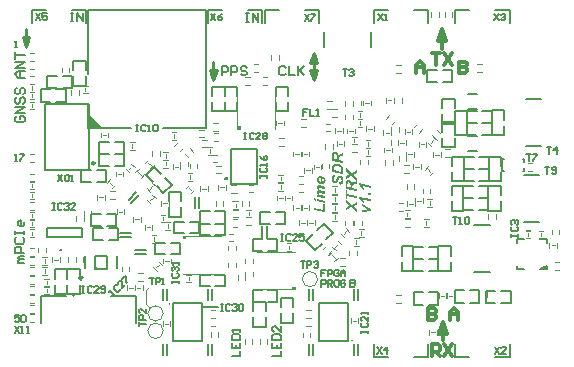
<source format=gto>
G04*
G04 #@! TF.GenerationSoftware,Altium Limited,Altium Designer,19.1.6 (110)*
G04*
G04 Layer_Color=65535*
%FSLAX44Y44*%
%MOMM*%
G71*
G01*
G75*
%ADD10C,0.2540*%
%ADD11C,0.3000*%
%ADD12C,0.2000*%
%ADD13C,0.1500*%
%ADD14C,0.2500*%
%ADD15C,0.1000*%
%ADD16C,0.1270*%
G36*
X60250Y76375D02*
X57250Y76375D01*
X57250Y79375D01*
X60250Y76375D01*
D02*
G37*
G36*
X134000Y104000D02*
Y102000D01*
X132000D01*
Y104000D01*
X134000D01*
D02*
G37*
G36*
X51500Y195500D02*
X64500Y195500D01*
X51500Y208500D01*
X51500Y195500D01*
D02*
G37*
G36*
X224500Y58750D02*
Y60750D01*
X226500D01*
Y58750D01*
X224500D01*
D02*
G37*
G36*
X178000Y197000D02*
X180000D01*
Y195000D01*
X178000D01*
Y197000D01*
D02*
G37*
G36*
X439875Y79000D02*
Y76250D01*
X434500D01*
X439875Y79000D01*
D02*
G37*
G36*
X274701Y157353D02*
X279250Y159725D01*
Y157492D01*
X277849Y156757D01*
X277835D01*
X277794Y156729D01*
X277738Y156702D01*
X277669Y156660D01*
X277572Y156618D01*
X277475Y156563D01*
X277239Y156438D01*
X276975Y156313D01*
X276712Y156189D01*
X276476Y156078D01*
X276365Y156036D01*
X276268Y155994D01*
X276282Y155981D01*
X276338Y155939D01*
X276448Y155856D01*
X276601Y155731D01*
X276698Y155648D01*
X276809Y155564D01*
X276934Y155454D01*
X277073Y155329D01*
X277239Y155204D01*
X277405Y155051D01*
X277600Y154871D01*
X277808Y154691D01*
X279250Y153373D01*
Y150822D01*
X274410Y155065D01*
X269653Y152680D01*
Y154746D01*
X271414Y155689D01*
X271442Y155703D01*
X271511Y155731D01*
X271553Y155759D01*
X271608Y155786D01*
X271678Y155814D01*
X271775Y155870D01*
X271872Y155911D01*
X271997Y155981D01*
X272135Y156050D01*
X272302Y156133D01*
X272496Y156216D01*
X272704Y156327D01*
X272718Y156341D01*
X272746Y156355D01*
X272801Y156383D01*
X272870Y156411D01*
X272857Y156424D01*
X272829Y156452D01*
X272773Y156494D01*
X272718Y156549D01*
X272635Y156605D01*
X272538Y156688D01*
X272316Y156868D01*
X272080Y157090D01*
X271816Y157312D01*
X271553Y157534D01*
X271317Y157742D01*
X269653Y159240D01*
Y161750D01*
X274701Y157353D01*
D02*
G37*
G36*
X272385Y151473D02*
X272482Y151460D01*
X272607Y151446D01*
X272746Y151432D01*
X272884Y151390D01*
X273203Y151307D01*
X273550Y151182D01*
X273716Y151099D01*
X273883Y151002D01*
X274049Y150877D01*
X274202Y150752D01*
X274216Y150738D01*
X274230Y150724D01*
X274271Y150669D01*
X274327Y150613D01*
X274396Y150530D01*
X274465Y150447D01*
X274535Y150336D01*
X274618Y150197D01*
X274701Y150059D01*
X274784Y149892D01*
X274867Y149712D01*
X274951Y149504D01*
X275020Y149296D01*
X275075Y149060D01*
X275131Y148797D01*
X275173Y148533D01*
X275187Y148547D01*
X275228Y148603D01*
X275311Y148672D01*
X275408Y148769D01*
X275547Y148866D01*
X275700Y148991D01*
X275880Y149116D01*
X276074Y149241D01*
X276088Y149254D01*
X276129Y149268D01*
X276185Y149310D01*
X276282Y149352D01*
X276393Y149421D01*
X276532Y149490D01*
X276698Y149573D01*
X276892Y149670D01*
X277100Y149781D01*
X277336Y149892D01*
X277600Y150017D01*
X277891Y150142D01*
X278196Y150281D01*
X278529Y150419D01*
X278876Y150572D01*
X279250Y150724D01*
Y148603D01*
X279236D01*
X279208Y148589D01*
X279167Y148575D01*
X279097Y148547D01*
X279014Y148519D01*
X278903Y148478D01*
X278778Y148436D01*
X278626Y148381D01*
X278459Y148311D01*
X278279Y148242D01*
X278071Y148159D01*
X277849Y148062D01*
X277600Y147965D01*
X277322Y147854D01*
X277031Y147729D01*
X276726Y147590D01*
X276712D01*
X276684Y147576D01*
X276643Y147549D01*
X276573Y147521D01*
X276421Y147438D01*
X276227Y147327D01*
X276019Y147202D01*
X275811Y147063D01*
X275616Y146897D01*
X275547Y146813D01*
X275478Y146730D01*
X275464Y146716D01*
X275450Y146675D01*
X275422Y146606D01*
X275381Y146508D01*
X275339Y146370D01*
X275311Y146203D01*
X275297Y145995D01*
X275284Y145746D01*
Y144941D01*
X279250Y144109D01*
Y142154D01*
X269653Y144165D01*
Y148686D01*
X269667Y148783D01*
X269681Y149032D01*
X269708Y149310D01*
X269750Y149587D01*
X269806Y149865D01*
X269889Y150114D01*
Y150128D01*
X269903Y150142D01*
X269930Y150211D01*
X269986Y150322D01*
X270069Y150461D01*
X270194Y150627D01*
X270333Y150794D01*
X270513Y150946D01*
X270721Y151099D01*
X270749Y151113D01*
X270832Y151154D01*
X270957Y151224D01*
X271123Y151293D01*
X271331Y151362D01*
X271581Y151432D01*
X271872Y151473D01*
X272177Y151487D01*
X272191D01*
X272232D01*
X272288D01*
X272385Y151473D01*
D02*
G37*
G36*
X271262Y142542D02*
Y139741D01*
X279250Y138076D01*
Y136107D01*
X271262Y137771D01*
Y134970D01*
X269653Y135289D01*
Y142861D01*
X271262Y142542D01*
D02*
G37*
G36*
X274701Y130532D02*
X279250Y132903D01*
Y130671D01*
X277849Y129936D01*
X277835D01*
X277794Y129908D01*
X277738Y129880D01*
X277669Y129839D01*
X277572Y129797D01*
X277475Y129741D01*
X277239Y129617D01*
X276975Y129492D01*
X276712Y129367D01*
X276476Y129256D01*
X276365Y129214D01*
X276268Y129173D01*
X276282Y129159D01*
X276338Y129117D01*
X276448Y129034D01*
X276601Y128909D01*
X276698Y128826D01*
X276809Y128743D01*
X276934Y128632D01*
X277073Y128507D01*
X277239Y128382D01*
X277405Y128230D01*
X277600Y128050D01*
X277808Y127869D01*
X279250Y126552D01*
Y124000D01*
X274410Y128244D01*
X269653Y125858D01*
Y127925D01*
X271414Y128868D01*
X271442Y128882D01*
X271511Y128909D01*
X271553Y128937D01*
X271608Y128965D01*
X271678Y128993D01*
X271775Y129048D01*
X271872Y129090D01*
X271997Y129159D01*
X272135Y129228D01*
X272302Y129312D01*
X272496Y129395D01*
X272704Y129506D01*
X272718Y129520D01*
X272746Y129534D01*
X272801Y129561D01*
X272870Y129589D01*
X272857Y129603D01*
X272829Y129631D01*
X272773Y129672D01*
X272718Y129728D01*
X272635Y129783D01*
X272538Y129866D01*
X272316Y130047D01*
X272080Y130268D01*
X271816Y130490D01*
X271553Y130712D01*
X271317Y130920D01*
X269653Y132418D01*
Y134928D01*
X274701Y130532D01*
D02*
G37*
G36*
X290750Y146453D02*
Y144567D01*
X284107Y145954D01*
X284121Y145926D01*
X284176Y145856D01*
X284246Y145732D01*
X284343Y145565D01*
X284454Y145371D01*
X284565Y145135D01*
X284690Y144872D01*
X284814Y144594D01*
Y144580D01*
X284828Y144567D01*
X284842Y144525D01*
X284870Y144470D01*
X284911Y144317D01*
X284981Y144137D01*
X285050Y143929D01*
X285119Y143693D01*
X285189Y143471D01*
X285244Y143235D01*
X283566Y143596D01*
Y143610D01*
X283552Y143624D01*
X283525Y143707D01*
X283455Y143832D01*
X283372Y143998D01*
X283275Y144192D01*
X283164Y144428D01*
X283025Y144691D01*
X282859Y144969D01*
X282692Y145260D01*
X282498Y145565D01*
X282290Y145884D01*
X282082Y146189D01*
X281847Y146494D01*
X281611Y146799D01*
X281361Y147077D01*
X281098Y147340D01*
Y148478D01*
X290750Y146453D01*
D02*
G37*
G36*
Y140378D02*
Y138520D01*
X288933Y138881D01*
Y140739D01*
X290750Y140378D01*
D02*
G37*
G36*
Y135261D02*
Y133375D01*
X284107Y134762D01*
X284121Y134734D01*
X284176Y134665D01*
X284246Y134540D01*
X284343Y134373D01*
X284454Y134179D01*
X284565Y133944D01*
X284690Y133680D01*
X284814Y133403D01*
Y133389D01*
X284828Y133375D01*
X284842Y133333D01*
X284870Y133278D01*
X284911Y133125D01*
X284981Y132945D01*
X285050Y132737D01*
X285119Y132501D01*
X285189Y132279D01*
X285244Y132044D01*
X283566Y132404D01*
Y132418D01*
X283552Y132432D01*
X283525Y132515D01*
X283455Y132640D01*
X283372Y132806D01*
X283275Y133000D01*
X283164Y133236D01*
X283025Y133500D01*
X282859Y133777D01*
X282692Y134068D01*
X282498Y134373D01*
X282290Y134692D01*
X282082Y134998D01*
X281847Y135303D01*
X281611Y135608D01*
X281361Y135885D01*
X281098Y136149D01*
Y137286D01*
X290750Y135261D01*
D02*
G37*
G36*
Y126995D02*
Y125387D01*
X283788Y124000D01*
Y125844D01*
X286839Y126316D01*
X286853D01*
X286895Y126330D01*
X286950D01*
X287033Y126344D01*
X287130Y126357D01*
X287255Y126385D01*
X287505Y126427D01*
X287782Y126468D01*
X288046Y126510D01*
X288281Y126538D01*
X288379Y126552D01*
X288462Y126566D01*
X288434Y126579D01*
X288392Y126607D01*
X288323Y126649D01*
X288212Y126704D01*
X288073Y126787D01*
X287879Y126884D01*
X287754Y126954D01*
X287630Y127023D01*
X287616D01*
X287602Y127037D01*
X287519Y127093D01*
X287394Y127162D01*
X287241Y127245D01*
X287089Y127328D01*
X286950Y127411D01*
X286825Y127481D01*
X286742Y127522D01*
X283788Y129256D01*
Y131281D01*
X290750Y126995D01*
D02*
G37*
G36*
X248797Y154691D02*
X248991Y154677D01*
X249199Y154649D01*
X249615Y154566D01*
Y149851D01*
X249629D01*
X249685D01*
X249740Y149837D01*
X249796D01*
X249809D01*
X249823D01*
X249907D01*
X250031Y149865D01*
X250198Y149892D01*
X250378Y149934D01*
X250558Y150003D01*
X250753Y150100D01*
X250919Y150225D01*
X250933Y150239D01*
X250988Y150295D01*
X251044Y150378D01*
X251127Y150503D01*
X251196Y150641D01*
X251266Y150808D01*
X251321Y151002D01*
X251335Y151210D01*
Y151307D01*
X251321Y151362D01*
X251307Y151446D01*
X251280Y151543D01*
X251210Y151751D01*
X251169Y151862D01*
X251099Y151986D01*
X251016Y152111D01*
X250919Y152222D01*
X250808Y152347D01*
X250683Y152472D01*
X250531Y152583D01*
X250364Y152680D01*
X250642Y154358D01*
X250655D01*
X250683Y154330D01*
X250739Y154302D01*
X250808Y154261D01*
X250891Y154219D01*
X250988Y154150D01*
X251224Y154011D01*
X251474Y153817D01*
X251723Y153581D01*
X251973Y153318D01*
X252181Y153027D01*
Y153013D01*
X252209Y152985D01*
X252223Y152943D01*
X252264Y152888D01*
X252292Y152805D01*
X252334Y152721D01*
X252431Y152486D01*
X252528Y152222D01*
X252597Y151903D01*
X252653Y151570D01*
X252680Y151196D01*
Y151057D01*
X252666Y150960D01*
X252653Y150835D01*
X252639Y150697D01*
X252611Y150544D01*
X252569Y150378D01*
X252458Y150017D01*
X252389Y149823D01*
X252306Y149629D01*
X252209Y149448D01*
X252084Y149254D01*
X251945Y149074D01*
X251793Y148908D01*
X251779Y148894D01*
X251751Y148866D01*
X251696Y148824D01*
X251626Y148769D01*
X251543Y148700D01*
X251432Y148630D01*
X251307Y148547D01*
X251169Y148478D01*
X251002Y148394D01*
X250836Y148311D01*
X250642Y148242D01*
X250434Y148173D01*
X250212Y148117D01*
X249962Y148076D01*
X249713Y148048D01*
X249449Y148034D01*
X249435D01*
X249380D01*
X249310D01*
X249213Y148048D01*
X249088Y148062D01*
X248936Y148076D01*
X248769Y148103D01*
X248589Y148131D01*
X248201Y148228D01*
X247993Y148297D01*
X247771Y148367D01*
X247549Y148464D01*
X247327Y148561D01*
X247105Y148686D01*
X246897Y148824D01*
X246883Y148838D01*
X246828Y148880D01*
X246758Y148935D01*
X246661Y149019D01*
X246551Y149143D01*
X246412Y149268D01*
X246287Y149435D01*
X246134Y149615D01*
X245996Y149823D01*
X245857Y150059D01*
X245732Y150308D01*
X245621Y150586D01*
X245524Y150877D01*
X245455Y151196D01*
X245399Y151543D01*
X245385Y151903D01*
Y152028D01*
X245399Y152111D01*
X245413Y152222D01*
X245427Y152347D01*
X245455Y152486D01*
X245483Y152638D01*
X245580Y152971D01*
X245635Y153138D01*
X245718Y153304D01*
X245815Y153470D01*
X245912Y153637D01*
X246037Y153789D01*
X246176Y153942D01*
X246190Y153956D01*
X246218Y153970D01*
X246259Y154011D01*
X246315Y154067D01*
X246398Y154122D01*
X246495Y154178D01*
X246620Y154247D01*
X246745Y154330D01*
X246897Y154399D01*
X247064Y154469D01*
X247244Y154524D01*
X247452Y154580D01*
X247660Y154635D01*
X247896Y154677D01*
X248132Y154691D01*
X248395Y154705D01*
X248409D01*
X248423D01*
X248506D01*
X248645D01*
X248797Y154691D01*
D02*
G37*
G36*
X247188Y147008D02*
X247313Y146994D01*
X247480Y146980D01*
X247701Y146938D01*
X247965Y146897D01*
X248270Y146827D01*
X252500Y145912D01*
Y144054D01*
X248270Y144955D01*
X248256D01*
X248228Y144969D01*
X248201D01*
X248145Y144983D01*
X248007Y145011D01*
X247854Y145038D01*
X247701Y145066D01*
X247549Y145094D01*
X247438Y145122D01*
X247396D01*
X247369D01*
X247355D01*
X247313D01*
X247272Y145108D01*
X247202Y145094D01*
X247050Y145052D01*
X246980Y144997D01*
X246911Y144941D01*
X246897Y144927D01*
X246883Y144914D01*
X246856Y144872D01*
X246814Y144816D01*
X246786Y144747D01*
X246758Y144650D01*
X246745Y144553D01*
X246731Y144428D01*
Y144359D01*
X246745Y144303D01*
X246772Y144165D01*
X246828Y143998D01*
X246911Y143804D01*
X247050Y143582D01*
X247133Y143471D01*
X247230Y143360D01*
X247341Y143263D01*
X247480Y143152D01*
X247507Y143138D01*
X247535Y143111D01*
X247577Y143083D01*
X247646Y143055D01*
X247715Y143014D01*
X247812Y142958D01*
X247910Y142916D01*
X248034Y142861D01*
X248173Y142806D01*
X248326Y142750D01*
X248492Y142695D01*
X248672Y142625D01*
X248880Y142570D01*
X249102Y142514D01*
X249352Y142459D01*
X252500Y141793D01*
Y139935D01*
X248312Y140808D01*
X248298D01*
X248284Y140822D01*
X248187Y140836D01*
X248062Y140864D01*
X247923Y140892D01*
X247757Y140919D01*
X247605Y140933D01*
X247466Y140961D01*
X247369D01*
X247355D01*
X247327D01*
X247272Y140947D01*
X247202Y140933D01*
X247064Y140878D01*
X246980Y140836D01*
X246911Y140767D01*
X246897Y140753D01*
X246883Y140739D01*
X246856Y140697D01*
X246814Y140642D01*
X246786Y140559D01*
X246758Y140476D01*
X246745Y140379D01*
X246731Y140254D01*
Y140198D01*
X246745Y140143D01*
X246758Y140060D01*
X246772Y139963D01*
X246814Y139852D01*
X246856Y139741D01*
X246925Y139616D01*
X246939Y139602D01*
X246953Y139560D01*
X246994Y139491D01*
X247050Y139422D01*
X247119Y139325D01*
X247216Y139228D01*
X247313Y139130D01*
X247424Y139033D01*
X247438Y139019D01*
X247480Y138992D01*
X247549Y138950D01*
X247646Y138895D01*
X247757Y138825D01*
X247910Y138756D01*
X248062Y138687D01*
X248242Y138617D01*
X248256D01*
X248298Y138603D01*
X248367Y138576D01*
X248464Y138548D01*
X248603Y138520D01*
X248797Y138465D01*
X249019Y138409D01*
X249158Y138382D01*
X249310Y138340D01*
X252500Y137674D01*
Y135816D01*
X245538Y137272D01*
Y139033D01*
X246384Y138867D01*
X246370Y138881D01*
X246342Y138909D01*
X246287Y138964D01*
X246231Y139047D01*
X246148Y139144D01*
X246065Y139255D01*
X245982Y139380D01*
X245885Y139533D01*
X245704Y139865D01*
X245538Y140226D01*
X245483Y140434D01*
X245427Y140628D01*
X245399Y140850D01*
X245385Y141058D01*
Y141183D01*
X245399Y141335D01*
X245427Y141502D01*
X245469Y141696D01*
X245524Y141904D01*
X245607Y142098D01*
X245718Y142265D01*
X245732Y142278D01*
X245774Y142334D01*
X245857Y142403D01*
X245954Y142500D01*
X246079Y142584D01*
X246245Y142681D01*
X246412Y142764D01*
X246620Y142819D01*
X246592Y142833D01*
X246537Y142889D01*
X246439Y142972D01*
X246315Y143083D01*
X246176Y143236D01*
X246037Y143402D01*
X245885Y143610D01*
X245746Y143846D01*
Y143860D01*
X245732Y143873D01*
X245718Y143915D01*
X245691Y143970D01*
X245635Y144095D01*
X245566Y144276D01*
X245497Y144484D01*
X245441Y144733D01*
X245399Y144983D01*
X245385Y145260D01*
Y145399D01*
X245413Y145552D01*
X245441Y145732D01*
X245497Y145940D01*
X245580Y146162D01*
X245691Y146370D01*
X245843Y146550D01*
X245857Y146564D01*
X245926Y146619D01*
X246024Y146703D01*
X246162Y146786D01*
X246329Y146869D01*
X246523Y146952D01*
X246758Y147008D01*
X247022Y147022D01*
X247036D01*
X247091D01*
X247188Y147008D01*
D02*
G37*
G36*
X244595Y135663D02*
Y133791D01*
X242903Y134152D01*
Y136010D01*
X244595Y135663D01*
D02*
G37*
G36*
X252500Y133999D02*
Y132141D01*
X245538Y133597D01*
Y135469D01*
X252500Y133999D01*
D02*
G37*
G36*
Y130879D02*
Y124000D01*
X242903Y126011D01*
Y127980D01*
X250891Y126302D01*
Y131212D01*
X252500Y130879D01*
D02*
G37*
G36*
X260814Y175223D02*
X260911Y175209D01*
X261036Y175195D01*
X261175Y175181D01*
X261313Y175140D01*
X261632Y175056D01*
X261979Y174932D01*
X262145Y174848D01*
X262312Y174751D01*
X262478Y174627D01*
X262631Y174502D01*
X262645Y174488D01*
X262658Y174474D01*
X262700Y174419D01*
X262756Y174363D01*
X262825Y174280D01*
X262894Y174197D01*
X262964Y174086D01*
X263047Y173947D01*
X263130Y173808D01*
X263213Y173642D01*
X263296Y173462D01*
X263380Y173254D01*
X263449Y173046D01*
X263504Y172810D01*
X263560Y172546D01*
X263601Y172283D01*
X263615Y172297D01*
X263657Y172352D01*
X263740Y172421D01*
X263837Y172519D01*
X263976Y172616D01*
X264128Y172740D01*
X264309Y172865D01*
X264503Y172990D01*
X264517Y173004D01*
X264558Y173018D01*
X264614Y173059D01*
X264711Y173101D01*
X264822Y173170D01*
X264961Y173240D01*
X265127Y173323D01*
X265321Y173420D01*
X265529Y173531D01*
X265765Y173642D01*
X266028Y173767D01*
X266320Y173892D01*
X266625Y174030D01*
X266958Y174169D01*
X267304Y174321D01*
X267679Y174474D01*
Y172352D01*
X267665D01*
X267637Y172338D01*
X267596Y172324D01*
X267526Y172297D01*
X267443Y172269D01*
X267332Y172227D01*
X267207Y172186D01*
X267055Y172130D01*
X266888Y172061D01*
X266708Y171992D01*
X266500Y171908D01*
X266278Y171811D01*
X266028Y171714D01*
X265751Y171603D01*
X265460Y171478D01*
X265155Y171340D01*
X265141D01*
X265113Y171326D01*
X265072Y171298D01*
X265002Y171270D01*
X264850Y171187D01*
X264655Y171076D01*
X264447Y170951D01*
X264239Y170813D01*
X264045Y170646D01*
X263976Y170563D01*
X263907Y170480D01*
X263893Y170466D01*
X263879Y170424D01*
X263851Y170355D01*
X263810Y170258D01*
X263768Y170119D01*
X263740Y169953D01*
X263726Y169745D01*
X263712Y169495D01*
Y168691D01*
X267679Y167859D01*
Y165903D01*
X258082Y167914D01*
Y172435D01*
X258096Y172532D01*
X258110Y172782D01*
X258137Y173059D01*
X258179Y173337D01*
X258234Y173614D01*
X258318Y173864D01*
Y173878D01*
X258332Y173892D01*
X258359Y173961D01*
X258415Y174072D01*
X258498Y174210D01*
X258623Y174377D01*
X258761Y174543D01*
X258942Y174696D01*
X259150Y174848D01*
X259177Y174862D01*
X259261Y174904D01*
X259386Y174973D01*
X259552Y175043D01*
X259760Y175112D01*
X260010Y175181D01*
X260301Y175223D01*
X260606Y175237D01*
X260620D01*
X260661D01*
X260717D01*
X260814Y175223D01*
D02*
G37*
G36*
X262326Y165335D02*
X262464D01*
X262617Y165321D01*
X262797Y165293D01*
X262991Y165279D01*
X263199Y165238D01*
X263421Y165210D01*
X263879Y165099D01*
X264350Y164946D01*
X264586Y164863D01*
X264822Y164752D01*
X264836D01*
X264877Y164725D01*
X264933Y164697D01*
X265016Y164641D01*
X265127Y164586D01*
X265238Y164517D01*
X265515Y164336D01*
X265820Y164128D01*
X266139Y163865D01*
X266444Y163573D01*
X266736Y163255D01*
Y163241D01*
X266763Y163227D01*
X266791Y163185D01*
X266819Y163130D01*
X266874Y163060D01*
X266916Y162977D01*
X267041Y162769D01*
X267166Y162519D01*
X267304Y162214D01*
X267429Y161868D01*
X267540Y161479D01*
Y161452D01*
X267554Y161410D01*
X267568Y161368D01*
Y161299D01*
X267582Y161216D01*
X267596Y161119D01*
X267609Y161008D01*
X267623Y160883D01*
X267637Y160744D01*
X267651Y160592D01*
Y160411D01*
X267665Y160231D01*
X267679Y160023D01*
Y156195D01*
X258082Y158206D01*
Y161368D01*
X258096Y161604D01*
Y161840D01*
X258110Y162034D01*
Y162103D01*
X258123Y162173D01*
Y162201D01*
X258137Y162270D01*
X258151Y162381D01*
X258179Y162533D01*
X258207Y162700D01*
X258248Y162880D01*
X258373Y163241D01*
X258387Y163268D01*
X258401Y163324D01*
X258442Y163407D01*
X258498Y163532D01*
X258581Y163657D01*
X258664Y163809D01*
X258761Y163948D01*
X258886Y164100D01*
X258900Y164114D01*
X258942Y164170D01*
X259011Y164239D01*
X259108Y164336D01*
X259219Y164433D01*
X259358Y164544D01*
X259510Y164655D01*
X259677Y164766D01*
X259691Y164780D01*
X259760Y164808D01*
X259857Y164863D01*
X259982Y164919D01*
X260134Y164988D01*
X260315Y165071D01*
X260523Y165141D01*
X260745Y165196D01*
X260772Y165210D01*
X260856Y165224D01*
X260980Y165252D01*
X261133Y165279D01*
X261327Y165307D01*
X261563Y165321D01*
X261799Y165349D01*
X262062D01*
X262076D01*
X262131D01*
X262215D01*
X262326Y165335D01*
D02*
G37*
G36*
X260897Y153866D02*
X260883D01*
X260869D01*
X260786Y153852D01*
X260661Y153810D01*
X260509Y153769D01*
X260342Y153699D01*
X260162Y153616D01*
X259996Y153505D01*
X259843Y153352D01*
X259829Y153339D01*
X259788Y153269D01*
X259718Y153172D01*
X259649Y153034D01*
X259594Y152867D01*
X259524Y152645D01*
X259483Y152382D01*
X259469Y152090D01*
Y151952D01*
X259483Y151813D01*
X259510Y151633D01*
X259538Y151453D01*
X259594Y151258D01*
X259663Y151078D01*
X259760Y150926D01*
X259774Y150912D01*
X259815Y150870D01*
X259871Y150815D01*
X259954Y150759D01*
X260065Y150690D01*
X260190Y150634D01*
X260342Y150593D01*
X260495Y150579D01*
X260509D01*
X260564D01*
X260634Y150593D01*
X260731Y150620D01*
X260842Y150662D01*
X260953Y150717D01*
X261064Y150787D01*
X261175Y150898D01*
X261188Y150912D01*
X261230Y150967D01*
X261285Y151050D01*
X261369Y151189D01*
X261424Y151286D01*
X261480Y151383D01*
X261549Y151494D01*
X261618Y151633D01*
X261688Y151771D01*
X261771Y151938D01*
X261854Y152118D01*
X261937Y152312D01*
X261951Y152326D01*
X261965Y152382D01*
X262007Y152465D01*
X262048Y152576D01*
X262118Y152715D01*
X262187Y152867D01*
X262353Y153200D01*
X262534Y153560D01*
X262728Y153907D01*
X262825Y154074D01*
X262922Y154212D01*
X263019Y154337D01*
X263102Y154434D01*
X263116Y154448D01*
X263130Y154462D01*
X263172Y154503D01*
X263213Y154545D01*
X263366Y154656D01*
X263560Y154781D01*
X263796Y154906D01*
X264087Y155003D01*
X264420Y155086D01*
X264586Y155100D01*
X264780Y155114D01*
X264794D01*
X264836D01*
X264905D01*
X264988Y155100D01*
X265099Y155086D01*
X265238Y155058D01*
X265377Y155030D01*
X265529Y154989D01*
X265696Y154933D01*
X265876Y154864D01*
X266056Y154781D01*
X266236Y154684D01*
X266417Y154573D01*
X266611Y154434D01*
X266777Y154282D01*
X266958Y154101D01*
X266971Y154087D01*
X266999Y154060D01*
X267041Y153990D01*
X267096Y153921D01*
X267166Y153810D01*
X267249Y153685D01*
X267318Y153547D01*
X267401Y153366D01*
X267498Y153186D01*
X267568Y152978D01*
X267651Y152742D01*
X267720Y152493D01*
X267776Y152229D01*
X267817Y151938D01*
X267845Y151633D01*
X267859Y151300D01*
Y151092D01*
X267845Y150981D01*
X267831Y150856D01*
Y150717D01*
X267804Y150565D01*
X267762Y150232D01*
X267693Y149872D01*
X267596Y149497D01*
X267457Y149150D01*
Y149136D01*
X267443Y149109D01*
X267415Y149067D01*
X267374Y148998D01*
X267290Y148845D01*
X267152Y148651D01*
X266999Y148443D01*
X266791Y148235D01*
X266569Y148041D01*
X266306Y147874D01*
X266292D01*
X266278Y147860D01*
X266236Y147847D01*
X266167Y147819D01*
X266098Y147791D01*
X266015Y147764D01*
X265807Y147694D01*
X265557Y147625D01*
X265266Y147569D01*
X264947Y147542D01*
X264600Y147528D01*
X264489Y149414D01*
X264503D01*
X264531D01*
X264572D01*
X264628Y149428D01*
X264794Y149441D01*
X264974Y149469D01*
X265182Y149497D01*
X265390Y149552D01*
X265571Y149622D01*
X265709Y149719D01*
X265737Y149747D01*
X265793Y149802D01*
X265862Y149913D01*
X265959Y150079D01*
X266001Y150177D01*
X266056Y150301D01*
X266098Y150426D01*
X266126Y150579D01*
X266167Y150731D01*
X266181Y150912D01*
X266209Y151106D01*
Y151466D01*
X266195Y151550D01*
Y151647D01*
X266167Y151855D01*
X266126Y152077D01*
X266056Y152312D01*
X265973Y152534D01*
X265862Y152715D01*
X265848Y152728D01*
X265807Y152784D01*
X265723Y152853D01*
X265626Y152936D01*
X265501Y153020D01*
X265363Y153089D01*
X265210Y153144D01*
X265030Y153158D01*
X265016D01*
X264961D01*
X264877Y153144D01*
X264780Y153117D01*
X264669Y153075D01*
X264545Y153006D01*
X264420Y152922D01*
X264309Y152798D01*
X264295Y152784D01*
X264267Y152742D01*
X264212Y152659D01*
X264142Y152534D01*
X264087Y152451D01*
X264031Y152354D01*
X263976Y152243D01*
X263920Y152118D01*
X263851Y151966D01*
X263768Y151813D01*
X263685Y151619D01*
X263601Y151425D01*
Y151411D01*
X263574Y151369D01*
X263560Y151314D01*
X263518Y151244D01*
X263477Y151147D01*
X263435Y151036D01*
X263324Y150801D01*
X263185Y150537D01*
X263061Y150260D01*
X262922Y150010D01*
X262853Y149885D01*
X262797Y149788D01*
X262783Y149761D01*
X262742Y149705D01*
X262658Y149608D01*
X262561Y149497D01*
X262450Y149372D01*
X262298Y149234D01*
X262131Y149109D01*
X261951Y148984D01*
X261923Y148970D01*
X261854Y148942D01*
X261743Y148887D01*
X261604Y148845D01*
X261424Y148790D01*
X261216Y148734D01*
X260980Y148707D01*
X260731Y148693D01*
X260717D01*
X260675D01*
X260606D01*
X260523Y148707D01*
X260426Y148720D01*
X260301Y148734D01*
X260162Y148762D01*
X260023Y148804D01*
X259704Y148901D01*
X259538Y148984D01*
X259358Y149067D01*
X259191Y149164D01*
X259025Y149275D01*
X258859Y149414D01*
X258706Y149566D01*
X258692Y149580D01*
X258664Y149608D01*
X258637Y149663D01*
X258581Y149733D01*
X258526Y149816D01*
X258456Y149927D01*
X258373Y150066D01*
X258304Y150218D01*
X258234Y150385D01*
X258151Y150565D01*
X258082Y150773D01*
X258026Y151009D01*
X257971Y151258D01*
X257929Y151522D01*
X257915Y151799D01*
X257902Y152104D01*
Y152271D01*
X257915Y152382D01*
X257929Y152520D01*
X257943Y152687D01*
X257971Y152867D01*
X257999Y153061D01*
X258096Y153491D01*
X258165Y153713D01*
X258234Y153921D01*
X258332Y154143D01*
X258442Y154351D01*
X258567Y154545D01*
X258706Y154725D01*
X258720Y154739D01*
X258748Y154767D01*
X258789Y154809D01*
X258845Y154878D01*
X258928Y154947D01*
X259025Y155030D01*
X259136Y155114D01*
X259261Y155197D01*
X259413Y155294D01*
X259566Y155391D01*
X259746Y155474D01*
X259926Y155557D01*
X260134Y155627D01*
X260342Y155682D01*
X260578Y155724D01*
X260814Y155752D01*
X260897Y153866D01*
D02*
G37*
%LPC*%
G36*
X272205Y149518D02*
X272177D01*
X272122D01*
X272024Y149490D01*
X271914Y149462D01*
X271789Y149407D01*
X271664Y149338D01*
X271539Y149227D01*
X271428Y149088D01*
X271414Y149074D01*
X271400Y149032D01*
X271373Y148963D01*
X271345Y148852D01*
X271317Y148700D01*
X271289Y148492D01*
X271262Y148256D01*
Y145787D01*
X273841Y145246D01*
Y146689D01*
X273827Y146827D01*
X273813Y147160D01*
X273800Y147507D01*
X273758Y147854D01*
X273744Y148006D01*
X273716Y148159D01*
X273689Y148284D01*
X273661Y148394D01*
X273647Y148422D01*
X273619Y148478D01*
X273578Y148575D01*
X273508Y148700D01*
X273425Y148825D01*
X273328Y148963D01*
X273203Y149088D01*
X273065Y149213D01*
X273051Y149227D01*
X272995Y149254D01*
X272912Y149310D01*
X272801Y149365D01*
X272676Y149421D01*
X272538Y149476D01*
X272371Y149504D01*
X272205Y149518D01*
D02*
G37*
G36*
X248464Y152985D02*
X248450D01*
X248395D01*
X248340D01*
X248284D01*
X248270D01*
X248256D01*
X248215D01*
X248159D01*
X248020Y152971D01*
X247840Y152943D01*
X247660Y152902D01*
X247466Y152832D01*
X247285Y152749D01*
X247119Y152638D01*
X247105Y152624D01*
X247064Y152569D01*
X246994Y152500D01*
X246925Y152389D01*
X246856Y152264D01*
X246786Y152097D01*
X246745Y151917D01*
X246731Y151709D01*
Y151612D01*
X246758Y151501D01*
X246786Y151362D01*
X246842Y151196D01*
X246911Y151016D01*
X247022Y150835D01*
X247174Y150655D01*
X247188Y150641D01*
X247258Y150586D01*
X247355Y150503D01*
X247507Y150405D01*
X247688Y150308D01*
X247910Y150197D01*
X248159Y150100D01*
X248464Y150031D01*
Y152985D01*
D02*
G37*
G36*
X260634Y173267D02*
X260606D01*
X260550D01*
X260453Y173240D01*
X260342Y173212D01*
X260218Y173157D01*
X260093Y173087D01*
X259968Y172976D01*
X259857Y172838D01*
X259843Y172824D01*
X259829Y172782D01*
X259802Y172713D01*
X259774Y172602D01*
X259746Y172449D01*
X259718Y172241D01*
X259691Y172005D01*
Y169537D01*
X262270Y168996D01*
Y170438D01*
X262256Y170577D01*
X262242Y170910D01*
X262229Y171257D01*
X262187Y171603D01*
X262173Y171756D01*
X262145Y171908D01*
X262118Y172033D01*
X262090Y172144D01*
X262076Y172172D01*
X262048Y172227D01*
X262007Y172324D01*
X261937Y172449D01*
X261854Y172574D01*
X261757Y172713D01*
X261632Y172838D01*
X261493Y172962D01*
X261480Y172976D01*
X261424Y173004D01*
X261341Y173059D01*
X261230Y173115D01*
X261105Y173170D01*
X260966Y173226D01*
X260800Y173254D01*
X260634Y173267D01*
D02*
G37*
G36*
X262007Y163365D02*
X261993D01*
X261965D01*
X261910D01*
X261840D01*
X261757Y163351D01*
X261660D01*
X261424Y163324D01*
X261175Y163282D01*
X260925Y163227D01*
X260675Y163144D01*
X260467Y163033D01*
X260439Y163019D01*
X260384Y162977D01*
X260301Y162908D01*
X260190Y162811D01*
X260079Y162686D01*
X259968Y162547D01*
X259871Y162381D01*
X259788Y162201D01*
Y162187D01*
X259774Y162131D01*
X259746Y162048D01*
X259718Y161923D01*
X259704Y161757D01*
X259677Y161549D01*
X259663Y161299D01*
Y159843D01*
X266139Y158484D01*
Y159746D01*
X266126Y159857D01*
Y160093D01*
X266112Y160356D01*
X266084Y160606D01*
X266056Y160855D01*
X266042Y160966D01*
X266015Y161063D01*
X266001Y161091D01*
X265987Y161147D01*
X265945Y161243D01*
X265904Y161368D01*
X265834Y161507D01*
X265751Y161660D01*
X265640Y161812D01*
X265515Y161965D01*
Y161979D01*
X265488Y161992D01*
X265418Y162062D01*
X265293Y162173D01*
X265141Y162311D01*
X264933Y162478D01*
X264683Y162644D01*
X264406Y162811D01*
X264101Y162963D01*
X264087D01*
X264059Y162977D01*
X264004Y163005D01*
X263948Y163033D01*
X263851Y163060D01*
X263754Y163088D01*
X263643Y163130D01*
X263504Y163171D01*
X263366Y163199D01*
X263199Y163241D01*
X262839Y163310D01*
X262437Y163351D01*
X262007Y163365D01*
D02*
G37*
%LPD*%
D10*
X28527Y92250D02*
G03*
X28527Y92250I-277J0D01*
G01*
X46720Y68675D02*
G03*
X46720Y68675I-1270J0D01*
G01*
D11*
X168604Y152750D02*
G03*
X168604Y152750I-354J0D01*
G01*
X351000Y262750D02*
Y279625D01*
X347583Y269375D02*
X354417D01*
X351000Y279625D02*
X354417Y269375D01*
X347583D02*
X351000Y279625D01*
X348875Y20625D02*
X352292Y30875D01*
X355708Y20625D01*
X348875D02*
X355708D01*
X352292Y16000D02*
Y30875D01*
X342750Y2250D02*
Y12246D01*
X347748D01*
X349414Y10580D01*
Y7248D01*
X347748Y5582D01*
X342750D01*
X346082D02*
X349414Y2250D01*
X352747Y12246D02*
X359411Y2250D01*
Y12246D02*
X352747Y2250D01*
X365500Y251746D02*
Y241750D01*
X370498D01*
X372164Y243416D01*
Y245082D01*
X370498Y246748D01*
X365500D01*
X370498D01*
X372164Y248414D01*
Y250080D01*
X370498Y251746D01*
X365500D01*
X339250Y42746D02*
Y32750D01*
X344248D01*
X345914Y34416D01*
Y36082D01*
X344248Y37748D01*
X339250D01*
X344248D01*
X345914Y39414D01*
Y41080D01*
X344248Y42746D01*
X339250D01*
X329250Y242000D02*
Y248664D01*
X332582Y251996D01*
X335914Y248664D01*
Y242000D01*
Y246998D01*
X329250D01*
X357750Y32750D02*
Y39414D01*
X361082Y42746D01*
X364414Y39414D01*
Y32750D01*
Y37748D01*
X357750D01*
X342750Y258996D02*
X349414D01*
X346082D01*
Y249000D01*
X352747Y258996D02*
X359411Y249000D01*
Y258996D02*
X352747Y249000D01*
D12*
X40000Y54250D02*
G03*
X40000Y54250I-1000J0D01*
G01*
X92000Y30000D02*
Y53300D01*
X71000D02*
X92000D01*
X12000D02*
X33000D01*
X12000Y30000D02*
Y53300D01*
X251500Y263750D02*
Y276750D01*
X291500Y263750D02*
Y276750D01*
X235500Y295000D02*
X247500D01*
Y284000D02*
Y295000D01*
X201500Y284000D02*
Y295000D01*
X213500D01*
X152750Y295000D02*
X164750D01*
X152750Y284000D02*
Y295000D01*
X198750Y284000D02*
Y295000D01*
X186750D02*
X198750D01*
X4250Y295250D02*
X16250D01*
X4250Y284250D02*
Y295250D01*
X50250Y284250D02*
Y295250D01*
X38250D02*
X50250D01*
X327500Y1500D02*
X339500D01*
Y12500D01*
X293500Y1500D02*
Y12500D01*
Y1500D02*
X305500D01*
X362500Y295250D02*
X374500D01*
X362500Y284250D02*
Y295250D01*
X408500Y284250D02*
Y295250D01*
X396500D02*
X408500D01*
X396500Y1500D02*
X408500D01*
Y12500D01*
X362500Y1500D02*
Y12500D01*
Y1500D02*
X374500D01*
X293500Y295250D02*
X305500D01*
X293500Y284250D02*
Y295250D01*
X339500Y284250D02*
Y295250D01*
X327500D02*
X339500D01*
X378500Y73250D02*
X391500D01*
X378500Y113250D02*
X391500D01*
X422250Y180000D02*
X435250D01*
X422250Y220000D02*
X435250D01*
X420379Y156000D02*
X433379D01*
X420379Y116000D02*
X433379D01*
X218832Y246665D02*
X217499Y247997D01*
X214833D01*
X213500Y246665D01*
Y241333D01*
X214833Y240000D01*
X217499D01*
X218832Y241333D01*
X221497Y247997D02*
Y240000D01*
X226829D01*
X229495Y247997D02*
Y240000D01*
Y242666D01*
X234827Y247997D01*
X230828Y243999D01*
X234827Y240000D01*
X-2376Y81500D02*
X-7708D01*
Y82833D01*
X-6375Y84166D01*
X-2376D01*
X-6375D01*
X-7708Y85499D01*
X-6375Y86832D01*
X-2376D01*
Y89497D02*
X-10374D01*
Y93496D01*
X-9041Y94829D01*
X-6375D01*
X-5042Y93496D01*
Y89497D01*
X-9041Y102826D02*
X-10374Y101494D01*
Y98828D01*
X-9041Y97495D01*
X-3709D01*
X-2376Y98828D01*
Y101494D01*
X-3709Y102826D01*
X-10374Y105492D02*
Y108158D01*
Y106825D01*
X-2376D01*
Y105492D01*
Y108158D01*
Y116156D02*
Y113490D01*
X-3709Y112157D01*
X-6375D01*
X-7708Y113490D01*
Y116156D01*
X-6375Y117488D01*
X-5042D01*
Y112157D01*
X164750Y240000D02*
Y247997D01*
X168749D01*
X170082Y246665D01*
Y243999D01*
X168749Y242666D01*
X164750D01*
X172747Y240000D02*
Y247997D01*
X176746D01*
X178079Y246665D01*
Y243999D01*
X176746Y242666D01*
X172747D01*
X186076Y246665D02*
X184743Y247997D01*
X182078D01*
X180745Y246665D01*
Y245332D01*
X182078Y243999D01*
X184743D01*
X186076Y242666D01*
Y241333D01*
X184743Y240000D01*
X182078D01*
X180745Y241333D01*
X-8665Y205446D02*
X-9997Y204113D01*
Y201447D01*
X-8665Y200114D01*
X-3333D01*
X-2000Y201447D01*
Y204113D01*
X-3333Y205446D01*
X-5999D01*
Y202780D01*
X-2000Y208112D02*
X-9997D01*
X-2000Y213443D01*
X-9997D01*
X-8665Y221441D02*
X-9997Y220108D01*
Y217442D01*
X-8665Y216109D01*
X-7332D01*
X-5999Y217442D01*
Y220108D01*
X-4666Y221441D01*
X-3333D01*
X-2000Y220108D01*
Y217442D01*
X-3333Y216109D01*
X-8665Y229438D02*
X-9997Y228105D01*
Y225439D01*
X-8665Y224107D01*
X-7332D01*
X-5999Y225439D01*
Y228105D01*
X-4666Y229438D01*
X-3333D01*
X-2000Y228105D01*
Y225439D01*
X-3333Y224107D01*
X36750Y292748D02*
X39083D01*
X37916D01*
Y285750D01*
X36750D01*
X39083D01*
X42582D02*
Y292748D01*
X47247Y285750D01*
Y292748D01*
X185250Y292498D02*
X187583D01*
X186416D01*
Y285500D01*
X185250D01*
X187583D01*
X191082D02*
Y292498D01*
X195747Y285500D01*
Y292498D01*
X-2000Y238194D02*
X-7332D01*
X-9997Y240860D01*
X-7332Y243526D01*
X-2000D01*
X-5999D01*
Y238194D01*
X-2000Y246192D02*
X-9997D01*
X-2000Y251523D01*
X-9997D01*
Y254189D02*
Y259521D01*
Y256855D01*
X-2000D01*
X207752Y2000D02*
X214750D01*
Y6665D01*
X207752Y13663D02*
Y8998D01*
X214750D01*
Y13663D01*
X211251Y8998D02*
Y11330D01*
X207752Y15996D02*
X214750D01*
Y19494D01*
X213584Y20661D01*
X208918D01*
X207752Y19494D01*
Y15996D01*
X214750Y27658D02*
Y22993D01*
X210085Y27658D01*
X208918D01*
X207752Y26492D01*
Y24160D01*
X208918Y22993D01*
X173502Y2000D02*
X180500D01*
Y6665D01*
X173502Y13663D02*
Y8998D01*
X180500D01*
Y13663D01*
X177001Y8998D02*
Y11330D01*
X173502Y15996D02*
X180500D01*
Y19494D01*
X179334Y20661D01*
X174669D01*
X173502Y19494D01*
Y15996D01*
X180500Y22993D02*
Y25326D01*
Y24160D01*
X173502D01*
X174669Y22993D01*
D13*
X120750Y46250D02*
G03*
X120750Y46250I-250J0D01*
G01*
X275000Y15750D02*
G03*
X275000Y15750I-250J0D01*
G01*
X172250Y147750D02*
X194250D01*
X172250D02*
Y177750D01*
X194250D01*
Y147750D02*
Y177750D01*
X51500Y195500D02*
X72750D01*
X51500D02*
Y216750D01*
Y274250D02*
Y295500D01*
X72750D01*
X130250D02*
X151500D01*
Y274250D02*
Y295500D01*
Y195500D02*
Y216750D01*
X130250Y195500D02*
X151500D01*
X57250Y86875D02*
X67750D01*
X57250Y76375D02*
Y86875D01*
X67750Y76375D02*
Y86875D01*
X57250Y76375D02*
X67750D01*
X123500Y47000D02*
X148000D01*
X123500D02*
X123500Y15000D01*
X148000D01*
X148000Y47000D02*
X148000Y15000D01*
X15000Y160000D02*
Y216000D01*
X52000D01*
Y160000D02*
Y216000D01*
X15000Y160000D02*
X52000D01*
X51500Y241500D02*
Y274250D01*
X72750Y195500D02*
X88250D01*
X114750D02*
X130250D01*
X72750Y295500D02*
X130250D01*
X151500Y216750D02*
Y274250D01*
X148250Y44000D02*
X161500D01*
X247250Y15000D02*
X271750D01*
Y47000D01*
X247250D02*
X271750D01*
X247250Y15000D02*
Y47000D01*
X439875Y98500D02*
Y101250D01*
X434500D02*
X439875D01*
X415125D02*
X420500D01*
X415125Y98500D02*
Y101250D01*
Y76250D02*
Y79000D01*
Y76250D02*
X420500D01*
X434500D02*
X439875D01*
Y79000D01*
X434500Y76250D02*
X439875Y79000D01*
X402250Y158750D02*
X403500D01*
X402250D02*
Y169250D01*
X403500D01*
X419500Y158750D02*
X420750D01*
X419500Y169250D02*
X420750D01*
Y158750D02*
Y161500D01*
Y166500D02*
Y169250D01*
X-6834Y36998D02*
X-10500D01*
Y34249D01*
X-8667Y35165D01*
X-7751D01*
X-6834Y34249D01*
Y32416D01*
X-7751Y31500D01*
X-9584D01*
X-10500Y32416D01*
X-5002Y36082D02*
X-4085Y36998D01*
X-2253D01*
X-1336Y36082D01*
Y32416D01*
X-2253Y31500D01*
X-4085D01*
X-5002Y32416D01*
Y36082D01*
X-10500Y167750D02*
X-8667D01*
X-9584D01*
Y173248D01*
X-10500Y172332D01*
X-5918Y173248D02*
X-2253D01*
Y172332D01*
X-5918Y168666D01*
Y167750D01*
X249250Y61200D02*
Y66698D01*
X251999D01*
X252915Y65782D01*
Y63949D01*
X251999Y63032D01*
X249250D01*
X254748Y61200D02*
Y66698D01*
X257497D01*
X258414Y65782D01*
Y63949D01*
X257497Y63032D01*
X254748D01*
X256581D02*
X258414Y61200D01*
X262995Y66698D02*
X261163D01*
X260246Y65782D01*
Y62116D01*
X261163Y61200D01*
X262995D01*
X263912Y62116D01*
Y65782D01*
X262995Y66698D01*
X269410Y65782D02*
X268494Y66698D01*
X266661D01*
X265745Y65782D01*
Y62116D01*
X266661Y61200D01*
X268494D01*
X269410Y62116D01*
Y63949D01*
X267577D01*
X252915Y75248D02*
X249250D01*
Y72499D01*
X251083D01*
X249250D01*
Y69750D01*
X254748D02*
Y75248D01*
X257497D01*
X258414Y74332D01*
Y72499D01*
X257497Y71583D01*
X254748D01*
X263912Y74332D02*
X262995Y75248D01*
X261163D01*
X260246Y74332D01*
Y70666D01*
X261163Y69750D01*
X262995D01*
X263912Y70666D01*
Y72499D01*
X262079D01*
X265745Y69750D02*
Y73415D01*
X267577Y75248D01*
X269410Y73415D01*
Y69750D01*
Y72499D01*
X265745D01*
X273750Y66698D02*
Y61200D01*
X276499D01*
X277415Y62116D01*
Y63032D01*
X276499Y63949D01*
X273750D01*
X276499D01*
X277415Y64865D01*
Y65782D01*
X276499Y66698D01*
X273750D01*
X-10500Y264000D02*
X-8667D01*
X-9584D01*
Y269498D01*
X-10500Y268582D01*
X94752Y27750D02*
Y31416D01*
Y29583D01*
X100250D01*
Y33248D02*
X94752D01*
Y35997D01*
X95668Y36914D01*
X97501D01*
X98417Y35997D01*
Y33248D01*
X100250Y42412D02*
Y38746D01*
X96585Y42412D01*
X95668D01*
X94752Y41495D01*
Y39663D01*
X95668Y38746D01*
X103500Y68498D02*
X107165D01*
X105333D01*
Y63000D01*
X108998D02*
Y68498D01*
X111747D01*
X112664Y67582D01*
Y65749D01*
X111747Y64833D01*
X108998D01*
X114496Y63000D02*
X116329D01*
X115413D01*
Y68498D01*
X114496Y67582D01*
X235000Y291748D02*
X238666Y286250D01*
Y291748D02*
X235000Y286250D01*
X240498Y291748D02*
X244164D01*
Y290832D01*
X240498Y287166D01*
Y286250D01*
X155750Y291998D02*
X159416Y286500D01*
Y291998D02*
X155750Y286500D01*
X164914Y291998D02*
X163081Y291082D01*
X161248Y289249D01*
Y287416D01*
X162165Y286500D01*
X163997D01*
X164914Y287416D01*
Y288333D01*
X163997Y289249D01*
X161248D01*
X26250Y155998D02*
X29915Y150500D01*
Y155998D02*
X26250Y150500D01*
X34497Y155998D02*
X32664D01*
X31748Y155082D01*
Y151416D01*
X32664Y150500D01*
X34497D01*
X35414Y151416D01*
Y155082D01*
X34497Y155998D01*
X37246Y150500D02*
X39079D01*
X38163D01*
Y155998D01*
X37246Y155082D01*
X21500Y131748D02*
X23333D01*
X22416D01*
Y126250D01*
X21500D01*
X23333D01*
X29747Y130832D02*
X28831Y131748D01*
X26998D01*
X26082Y130832D01*
Y127166D01*
X26998Y126250D01*
X28831D01*
X29747Y127166D01*
X31580Y130832D02*
X32497Y131748D01*
X34329D01*
X35245Y130832D01*
Y129916D01*
X34329Y128999D01*
X33413D01*
X34329D01*
X35245Y128083D01*
Y127166D01*
X34329Y126250D01*
X32497D01*
X31580Y127166D01*
X40744Y126250D02*
X37078D01*
X40744Y129916D01*
Y130832D01*
X39827Y131748D01*
X37995D01*
X37078Y130832D01*
X296500Y9998D02*
X300166Y4500D01*
Y9998D02*
X296500Y4500D01*
X304747D02*
Y9998D01*
X301998Y7249D01*
X305664D01*
X122752Y64250D02*
Y66083D01*
Y65166D01*
X128250D01*
Y64250D01*
Y66083D01*
X123668Y72497D02*
X122752Y71581D01*
Y69748D01*
X123668Y68832D01*
X127334D01*
X128250Y69748D01*
Y71581D01*
X127334Y72497D01*
X123668Y74330D02*
X122752Y75247D01*
Y77079D01*
X123668Y77996D01*
X124585D01*
X125501Y77079D01*
Y76163D01*
Y77079D01*
X126417Y77996D01*
X127334D01*
X128250Y77079D01*
Y75247D01*
X127334Y74330D01*
X128250Y79828D02*
Y81661D01*
Y80745D01*
X122752D01*
X123668Y79828D01*
X183750Y191248D02*
X185583D01*
X184666D01*
Y185750D01*
X183750D01*
X185583D01*
X191997Y190332D02*
X191081Y191248D01*
X189248D01*
X188332Y190332D01*
Y186666D01*
X189248Y185750D01*
X191081D01*
X191997Y186666D01*
X197495Y185750D02*
X193830D01*
X197495Y189415D01*
Y190332D01*
X196579Y191248D01*
X194746D01*
X193830Y190332D01*
X199328D02*
X200245Y191248D01*
X202077D01*
X202994Y190332D01*
Y189415D01*
X202077Y188499D01*
X202994Y187583D01*
Y186666D01*
X202077Y185750D01*
X200245D01*
X199328Y186666D01*
Y187583D01*
X200245Y188499D01*
X199328Y189415D01*
Y190332D01*
X200245Y188499D02*
X202077D01*
X422750Y173248D02*
X426415D01*
X424583D01*
Y167750D01*
X428248Y173248D02*
X431914D01*
Y172332D01*
X428248Y168666D01*
Y167750D01*
X410002Y103500D02*
Y105333D01*
Y104416D01*
X415500D01*
Y103500D01*
Y105333D01*
X410918Y111747D02*
X410002Y110831D01*
Y108998D01*
X410918Y108082D01*
X414584D01*
X415500Y108998D01*
Y110831D01*
X414584Y111747D01*
X410918Y113580D02*
X410002Y114496D01*
Y116329D01*
X410918Y117246D01*
X411834D01*
X412751Y116329D01*
Y115413D01*
Y116329D01*
X413667Y117246D01*
X414584D01*
X415500Y116329D01*
Y114496D01*
X414584Y113580D01*
X237666Y211401D02*
X234000D01*
Y208652D01*
X235833D01*
X234000D01*
Y205903D01*
X239498Y211401D02*
Y205903D01*
X243164D01*
X244996D02*
X246829D01*
X245913D01*
Y211401D01*
X244996Y210485D01*
X267250Y245248D02*
X270916D01*
X269083D01*
Y239750D01*
X272748Y244332D02*
X273665Y245248D01*
X275497D01*
X276414Y244332D01*
Y243416D01*
X275497Y242499D01*
X274581D01*
X275497D01*
X276414Y241583D01*
Y240666D01*
X275497Y239750D01*
X273665D01*
X272748Y240666D01*
X438500Y162248D02*
X442165D01*
X440333D01*
Y156750D01*
X443998Y157666D02*
X444915Y156750D01*
X446747D01*
X447664Y157666D01*
Y161332D01*
X446747Y162248D01*
X444915D01*
X443998Y161332D01*
Y160415D01*
X444915Y159499D01*
X447664D01*
X7500Y292498D02*
X11165Y287000D01*
Y292498D02*
X7500Y287000D01*
X16664Y292498D02*
X12998D01*
Y289749D01*
X14831Y290665D01*
X15747D01*
X16664Y289749D01*
Y287916D01*
X15747Y287000D01*
X13915D01*
X12998Y287916D01*
X395500Y291998D02*
X399165Y286500D01*
Y291998D02*
X395500Y286500D01*
X400998Y291082D02*
X401915Y291998D01*
X403747D01*
X404664Y291082D01*
Y290166D01*
X403747Y289249D01*
X402831D01*
X403747D01*
X404664Y288333D01*
Y287416D01*
X403747Y286500D01*
X401915D01*
X400998Y287416D01*
X297500Y291998D02*
X301166Y286500D01*
Y291998D02*
X297500Y286500D01*
X302998D02*
X304831D01*
X303915D01*
Y291998D01*
X302998Y291082D01*
X396000Y9998D02*
X399665Y4500D01*
Y9998D02*
X396000Y4500D01*
X405164D02*
X401498D01*
X405164Y8166D01*
Y9082D01*
X404247Y9998D01*
X402415D01*
X401498Y9082D01*
X163750Y46248D02*
X165583D01*
X164666D01*
Y40750D01*
X163750D01*
X165583D01*
X171997Y45332D02*
X171081Y46248D01*
X169248D01*
X168332Y45332D01*
Y41666D01*
X169248Y40750D01*
X171081D01*
X171997Y41666D01*
X173830Y45332D02*
X174746Y46248D01*
X176579D01*
X177495Y45332D01*
Y44415D01*
X176579Y43499D01*
X175663D01*
X176579D01*
X177495Y42583D01*
Y41666D01*
X176579Y40750D01*
X174746D01*
X173830Y41666D01*
X179328Y45332D02*
X180245Y46248D01*
X182077D01*
X182994Y45332D01*
Y41666D01*
X182077Y40750D01*
X180245D01*
X179328Y41666D01*
Y45332D01*
X69362Y56938D02*
X70658Y58234D01*
X70010Y57586D01*
X73898Y53698D01*
X73250Y53050D01*
X74546Y54346D01*
X75842Y62122D02*
X74546Y62122D01*
X73250Y60826D01*
X73250Y59530D01*
X75842Y56938D01*
X77138D01*
X78434Y58234D01*
Y59530D01*
X82970Y62769D02*
X80378Y60178D01*
Y65361D01*
X79730Y66009D01*
X78434Y66009D01*
X77138Y64713D01*
X77138Y63418D01*
X80378Y67953D02*
X82970Y70545D01*
X83617Y69897D01*
Y64713D01*
X84265Y64065D01*
X283002Y22000D02*
Y23833D01*
Y22916D01*
X288500D01*
Y22000D01*
Y23833D01*
X283918Y30247D02*
X283002Y29331D01*
Y27498D01*
X283918Y26582D01*
X287584D01*
X288500Y27498D01*
Y29331D01*
X287584Y30247D01*
X288500Y35745D02*
Y32080D01*
X284834Y35745D01*
X283918D01*
X283002Y34829D01*
Y32996D01*
X283918Y32080D01*
X288500Y37578D02*
Y39411D01*
Y38495D01*
X283002D01*
X283918Y37578D01*
X231500Y82748D02*
X235166D01*
X233333D01*
Y77250D01*
X236998D02*
Y82748D01*
X239747D01*
X240664Y81832D01*
Y79999D01*
X239747Y79083D01*
X236998D01*
X242496Y81832D02*
X243413Y82748D01*
X245245D01*
X246162Y81832D01*
Y80915D01*
X245245Y79999D01*
X244329D01*
X245245D01*
X246162Y79083D01*
Y78166D01*
X245245Y77250D01*
X243413D01*
X242496Y78166D01*
X46750Y61498D02*
X48583D01*
X47666D01*
Y56000D01*
X46750D01*
X48583D01*
X54997Y60582D02*
X54081Y61498D01*
X52248D01*
X51332Y60582D01*
Y56916D01*
X52248Y56000D01*
X54081D01*
X54997Y56916D01*
X60496Y56000D02*
X56830D01*
X60496Y59665D01*
Y60582D01*
X59579Y61498D01*
X57746D01*
X56830Y60582D01*
X62328Y56916D02*
X63245Y56000D01*
X65077D01*
X65994Y56916D01*
Y60582D01*
X65077Y61498D01*
X63245D01*
X62328Y60582D01*
Y59665D01*
X63245Y58749D01*
X65994D01*
X360500Y119998D02*
X364165D01*
X362333D01*
Y114500D01*
X365998D02*
X367831D01*
X366915D01*
Y119998D01*
X365998Y119082D01*
X370580D02*
X371496Y119998D01*
X373329D01*
X374245Y119082D01*
Y115416D01*
X373329Y114500D01*
X371496D01*
X370580Y115416D01*
Y119082D01*
X440000Y179248D02*
X443666D01*
X441833D01*
Y173750D01*
X448247D02*
Y179248D01*
X445498Y176499D01*
X449164D01*
X-10500Y27748D02*
X-6834Y22250D01*
Y27748D02*
X-10500Y22250D01*
X-5002D02*
X-3169D01*
X-4085D01*
Y27748D01*
X-5002Y26832D01*
X-420Y22250D02*
X1413D01*
X496D01*
Y27748D01*
X-420Y26832D01*
X92250Y197998D02*
X94083D01*
X93166D01*
Y192500D01*
X92250D01*
X94083D01*
X100497Y197082D02*
X99581Y197998D01*
X97748D01*
X96832Y197082D01*
Y193416D01*
X97748Y192500D01*
X99581D01*
X100497Y193416D01*
X102330Y192500D02*
X104163D01*
X103246D01*
Y197998D01*
X102330Y197082D01*
X106912D02*
X107828Y197998D01*
X109661D01*
X110577Y197082D01*
Y193416D01*
X109661Y192500D01*
X107828D01*
X106912Y193416D01*
Y197082D01*
X197502Y153500D02*
Y155333D01*
Y154416D01*
X203000D01*
Y153500D01*
Y155333D01*
X198418Y161747D02*
X197502Y160831D01*
Y158998D01*
X198418Y158082D01*
X202084D01*
X203000Y158998D01*
Y160831D01*
X202084Y161747D01*
X203000Y163580D02*
Y165413D01*
Y164496D01*
X197502D01*
X198418Y163580D01*
X197502Y171827D02*
X198418Y169995D01*
X200251Y168162D01*
X202084D01*
X203000Y169078D01*
Y170911D01*
X202084Y171827D01*
X201167D01*
X200251Y170911D01*
Y168162D01*
X215000Y105498D02*
X216833D01*
X215916D01*
Y100000D01*
X215000D01*
X216833D01*
X223247Y104582D02*
X222331Y105498D01*
X220498D01*
X219582Y104582D01*
Y100916D01*
X220498Y100000D01*
X222331D01*
X223247Y100916D01*
X228745Y100000D02*
X225080D01*
X228745Y103666D01*
Y104582D01*
X227829Y105498D01*
X225996D01*
X225080Y104582D01*
X234244Y105498D02*
X230578D01*
Y102749D01*
X232411Y103666D01*
X233327D01*
X234244Y102749D01*
Y100916D01*
X233327Y100000D01*
X231495D01*
X230578Y100916D01*
D14*
X57000Y165750D02*
G03*
X57000Y165750I-1000J0D01*
G01*
X239667Y250250D02*
X245333D01*
X242500Y258750D02*
X245333Y250250D01*
X239667D02*
X242500Y258750D01*
Y256750D02*
X242500Y235750D01*
X239667Y244250D02*
X242500Y235750D01*
X245333Y244250D01*
X239667D02*
X245333D01*
X-1000Y278958D02*
X-1000Y263708D01*
X1833Y272208D01*
X-3833D02*
X-1000Y263708D01*
X-3833Y272208D02*
X1833D01*
X154917Y244250D02*
X160583D01*
X154917D02*
X157750Y235750D01*
X160583Y244250D01*
X157750Y235750D02*
X157750Y251000D01*
D15*
X115250Y23750D02*
G03*
X115250Y23750I-6500J0D01*
G01*
Y38500D02*
G03*
X115250Y38500I-6500J0D01*
G01*
X246000Y67500D02*
G03*
X246000Y67500I-6500J0D01*
G01*
X47500Y82000D02*
Y86000D01*
X41000Y82000D02*
Y86000D01*
X34500Y82000D02*
Y86000D01*
X41000Y82000D02*
Y86000D01*
X134000Y102000D02*
Y104000D01*
X132000Y102000D02*
X134000D01*
X132000D02*
Y104000D01*
Y72000D02*
X164000D01*
X132000Y104000D02*
X164000D01*
X29250Y242500D02*
Y246500D01*
X35750Y242500D02*
Y246500D01*
X203500Y12750D02*
X203500Y16750D01*
X197000D02*
X197000Y12750D01*
X236350Y159581D02*
X239350D01*
X241100Y161581D02*
X241100Y157581D01*
X234600D02*
X234600Y161581D01*
X43750Y223500D02*
Y227500D01*
X37250Y223500D02*
Y227500D01*
X2250Y239250D02*
X6250D01*
X2250Y245750D02*
X6250D01*
X2224Y150218D02*
X6224D01*
X2224Y156718D02*
X6224D01*
X254000Y211500D02*
X258000D01*
X254000Y218000D02*
X258000D01*
X2250Y245750D02*
X6250D01*
X2250Y252250D02*
X6250D01*
X160240Y163546D02*
X164240D01*
X160240Y157046D02*
X164240D01*
X2250Y173500D02*
X6250D01*
X2250Y167000D02*
X6250D01*
X213250Y257000D02*
X213250Y253000D01*
X206750Y257000D02*
X206750Y253000D01*
X360000Y289250D02*
Y293250D01*
X353500Y289250D02*
Y293250D01*
X173000Y147028D02*
X177000D01*
X173000Y140528D02*
X177000D01*
X187500Y141000D02*
X191500D01*
X187500Y147500D02*
X191500D01*
X178250Y67000D02*
Y71000D01*
X184750Y67000D02*
Y71000D01*
X348500Y289250D02*
Y293250D01*
X342000Y289250D02*
Y293250D01*
X100750Y46500D02*
X104000Y43250D01*
X100750Y58000D02*
X103500Y60750D01*
X100750Y46500D02*
Y58000D01*
X70002Y149230D02*
X72124Y147108D01*
X71947Y144457D02*
X74775Y147285D01*
X67351Y149053D02*
X70179Y151881D01*
X347000Y20500D02*
Y24500D01*
X340500Y20500D02*
Y24500D01*
X342250Y22500D02*
X345250D01*
X9500Y90250D02*
Y94250D01*
X16000Y90250D02*
Y94250D01*
X94000Y72750D02*
X98000D01*
X94000Y66250D02*
X98000D01*
X28000Y82000D02*
Y86000D01*
X34500Y82000D02*
Y86000D01*
X2250Y31247D02*
X6250Y31247D01*
X2250Y37747D02*
X6250Y37747D01*
X191250Y73846D02*
X191250Y69846D01*
X184750D02*
X184750Y73846D01*
X357000Y53500D02*
X360000D01*
X361750Y51500D02*
Y55500D01*
X355250Y51500D02*
Y55500D01*
X350250Y53500D02*
X353250D01*
X355000Y51500D02*
Y55500D01*
X348500Y51500D02*
Y55500D01*
X22750Y84000D02*
X25750D01*
X21000Y82000D02*
Y86000D01*
X27500Y82000D02*
Y86000D01*
X170500Y91904D02*
X170500Y95904D01*
X177000D02*
X177000Y91904D01*
X170500Y77554D02*
X170500Y81554D01*
X177000Y77554D02*
Y81554D01*
X184346Y232000D02*
X188346Y232000D01*
X184346Y238500D02*
X188346Y238500D01*
X199446Y232250D02*
X203446Y232250D01*
X199446Y238750D02*
X203446Y238750D01*
X191250Y80946D02*
X191250Y84946D01*
X184750D02*
X184750Y80946D01*
X190750Y16750D02*
X190750Y12750D01*
X184250D02*
X184250Y16750D01*
X213250Y180500D02*
X217250D01*
X213250Y187000D02*
X217250D01*
X232000Y196317D02*
X236000D01*
X232000Y202817D02*
X236000D01*
X86189Y160439D02*
X88311Y162561D01*
X83538Y160616D02*
X86366Y157788D01*
X88134Y165212D02*
X90962Y162384D01*
X94189Y158061D02*
X96311Y155939D01*
X91538Y157884D02*
X94366Y160712D01*
X96134Y153288D02*
X98962Y156116D01*
X102439Y166061D02*
X104561Y163939D01*
X104384Y161288D02*
X107212Y164116D01*
X99788Y165884D02*
X102616Y168712D01*
X89000Y178750D02*
Y181750D01*
X87000Y177000D02*
X91000D01*
X87000Y183500D02*
X91000D01*
X117467Y170250D02*
Y173250D01*
X115467Y168500D02*
X119467D01*
X115467Y175000D02*
X119467D01*
X117467Y163750D02*
Y166750D01*
X115467Y162000D02*
X119467D01*
X115467Y168500D02*
X119467D01*
X124450Y187000D02*
X124450Y190000D01*
X122450Y191750D02*
X126450D01*
X122450Y185250D02*
X126450D01*
X115450Y131550D02*
X118450D01*
X120200Y129550D02*
Y133550D01*
X113700Y129550D02*
Y133550D01*
X115000Y117250D02*
Y120250D01*
X113000Y115500D02*
X117000D01*
X113000Y122000D02*
X117000D01*
X107500Y100000D02*
Y103000D01*
X105500Y104750D02*
X109500D01*
X105500Y98250D02*
X109500D01*
X117000Y82750D02*
X120000D01*
X115250Y80750D02*
Y84750D01*
X121750Y80750D02*
Y84750D01*
X137950Y152250D02*
X137950Y155250D01*
X135950Y157000D02*
X139950D01*
X135950Y150500D02*
X139950D01*
X148250Y144000D02*
X151250D01*
X146500Y142000D02*
Y146000D01*
X153000Y142000D02*
Y146000D01*
X136939Y144811D02*
X139061Y142689D01*
X138884Y140038D02*
X141712Y142866D01*
X134288Y144634D02*
X137116Y147462D01*
X119000Y110750D02*
Y113750D01*
X117000Y115500D02*
X121000D01*
X117000Y109000D02*
X121000D01*
X91750Y118000D02*
X94750D01*
X90000Y116000D02*
Y120000D01*
X96500Y116000D02*
Y120000D01*
X103939Y144189D02*
X106061Y146311D01*
X105884Y148962D02*
X108712Y146134D01*
X101288Y144366D02*
X104116Y141538D01*
X125000Y162800D02*
X128000D01*
X129750Y160800D02*
Y164800D01*
X123250Y160800D02*
Y164800D01*
X77500Y124500D02*
X80500D01*
X75750Y126500D02*
X75750Y122500D01*
X82250D02*
X82250Y126500D01*
X101250Y111500D02*
X104250D01*
X99500Y109500D02*
Y113500D01*
X106000Y109500D02*
Y113500D01*
X61250Y136750D02*
X64250Y136750D01*
X66000Y134750D02*
Y138750D01*
X59500Y134750D02*
Y138750D01*
X76750Y156500D02*
X79750D01*
X75000Y154500D02*
Y158500D01*
X81500Y154500D02*
Y158500D01*
X116500Y29800D02*
X119500Y29800D01*
X121250Y27800D02*
X121250Y31800D01*
X114750Y27800D02*
Y31800D01*
X275750Y32200D02*
X278750Y32200D01*
X274000Y30200D02*
X274000Y34200D01*
X280500Y30200D02*
Y34200D01*
X104189Y134189D02*
X106311Y136311D01*
X101538Y134366D02*
X104366Y131538D01*
X106134Y138962D02*
X108962Y136134D01*
X4250Y228000D02*
Y231000D01*
X2250Y232750D02*
X6250D01*
X2250Y226250D02*
X6250D01*
X176500Y128500D02*
Y131500D01*
X174500Y133250D02*
X178500D01*
X174500Y126750D02*
X178500D01*
X163500Y145100D02*
X166500Y145100D01*
X168250Y143100D02*
Y147100D01*
X161750Y143100D02*
Y147100D01*
X187750Y121500D02*
Y124500D01*
X185750Y119750D02*
X189750D01*
X185750Y126250D02*
X189750D01*
X178000Y195000D02*
Y227000D01*
X210000Y195000D02*
Y227000D01*
X178000Y195000D02*
X180000D01*
Y197000D01*
X178000D02*
X180000D01*
X230000Y141500D02*
X234000D01*
X230000Y148000D02*
X234000D01*
X109439Y77439D02*
X111561Y79561D01*
X106788Y77616D02*
X109616Y74788D01*
X111384Y82212D02*
X114212Y79384D01*
X92964Y60214D02*
X95964D01*
X91214Y58214D02*
Y62214D01*
X97714Y58214D02*
Y62214D01*
X86500Y60214D02*
X89500D01*
X84750Y58214D02*
Y62214D01*
X91250Y58214D02*
Y62214D01*
X258000Y205000D02*
X262000D01*
X258000Y211500D02*
X262000D01*
X255955Y161345D02*
Y165345D01*
X249455Y161345D02*
Y165345D01*
X48000Y121500D02*
Y125500D01*
X54500Y121500D02*
Y125500D01*
X86550Y74100D02*
X86550Y78100D01*
X80050Y74100D02*
Y78100D01*
X173500Y133750D02*
X177500D01*
X173500Y140250D02*
X177500D01*
X188250Y129250D02*
Y133250D01*
X181750Y129250D02*
Y133250D01*
X174000Y118250D02*
X178000D01*
X174000Y111750D02*
X178000D01*
X174500Y119750D02*
X178500D01*
X174500Y126250D02*
X178500D01*
X185750Y119750D02*
X189750D01*
X185750Y113250D02*
X189750D01*
X191750Y249750D02*
X195750D01*
X191750Y243250D02*
X195750D01*
X170750Y106000D02*
X174750D01*
X170750Y99500D02*
X174750D01*
X159700Y129750D02*
Y133750D01*
X166200Y129750D02*
Y133750D01*
X49250Y226500D02*
Y229500D01*
X47250Y224750D02*
X51250D01*
X47250Y231250D02*
X51250D01*
X64000Y189586D02*
X67000D01*
X62250Y187586D02*
Y191586D01*
X68750Y187586D02*
Y191586D01*
X309750Y164000D02*
Y168000D01*
X303250Y164000D02*
Y168000D01*
X106000Y172000D02*
Y176000D01*
X112500Y172000D02*
Y176000D01*
X230000Y148000D02*
X234000D01*
X230000Y154500D02*
X234000D01*
X259000Y177500D02*
Y181500D01*
X252500Y177500D02*
Y181500D01*
X194500Y58750D02*
X226500D01*
X194500Y90750D02*
X226500D01*
Y58750D02*
Y60750D01*
X224500D02*
X226500D01*
X224500Y58750D02*
Y60750D01*
X389000Y52500D02*
Y56500D01*
X382500Y52500D02*
Y56500D01*
X312250Y54000D02*
X316250D01*
X312250Y47500D02*
X316250D01*
X422000Y109000D02*
X426000Y109000D01*
X422000Y115500D02*
X426000Y115500D01*
X381250Y249750D02*
X385250D01*
X381250Y243250D02*
X385250D01*
X312250Y248500D02*
X316250D01*
X312250Y242000D02*
X316250D01*
X2250Y126139D02*
X6250D01*
X2250Y132640D02*
X6250D01*
X2250Y118250D02*
X6250D01*
X2250Y124750D02*
X6250D01*
X4250Y120000D02*
X4250Y123000D01*
X2250Y39026D02*
X6250D01*
X2250Y45526D02*
X6250D01*
X2250Y47468D02*
X6250D01*
X2250Y53968D02*
X6250D01*
X2250Y55026D02*
X6250D01*
X2250Y61526D02*
X6250D01*
X2250Y63468D02*
X6250D01*
X2250Y69968D02*
X6250D01*
X2250Y71026D02*
X6250D01*
X2250Y77526D02*
X6250D01*
X2250Y79468D02*
X6250D01*
X2250Y85968D02*
X6250D01*
X2243Y87247D02*
X6243D01*
X2243Y93747D02*
X6243D01*
X221700Y92955D02*
X221700Y95955D01*
X219700Y91205D02*
X223700Y91205D01*
X219700Y97705D02*
X223700D01*
X136800Y66545D02*
X136800Y69545D01*
X134800Y71295D02*
X138800Y71295D01*
X134800Y64795D02*
X138800D01*
X212705Y199800D02*
X215705Y199800D01*
X210955Y201800D02*
X210955Y197800D01*
X217455D02*
Y201800D01*
X423750Y165500D02*
X427750D01*
X423750Y159000D02*
X427750D01*
X446750Y82000D02*
X450750D01*
X446750Y75500D02*
X450750D01*
X444000Y105350D02*
Y109350D01*
X450500Y109350D02*
X450500Y105350D01*
X444000Y96000D02*
X447000D01*
X442250Y94000D02*
Y98000D01*
X448750Y94000D02*
Y98000D01*
X435000Y103750D02*
X435000Y106750D01*
X433000Y102000D02*
X437000Y102000D01*
X433000Y108500D02*
X437000Y108500D01*
X424000Y103750D02*
X424000Y106750D01*
X422000Y108500D02*
X426000Y108500D01*
X422000Y102000D02*
X426000Y102000D01*
X155300Y34250D02*
X159300Y34250D01*
X155300Y27750D02*
X159300D01*
X161879Y22321D02*
X161879Y18321D01*
X155379D02*
X155379Y22321D01*
X155300Y41000D02*
X159300D01*
X155300Y34500D02*
X159300Y34500D01*
X284750Y214550D02*
Y218550D01*
X291250Y214550D02*
Y218550D01*
X286500Y216550D02*
X289500Y216550D01*
X281065Y110000D02*
X285065D01*
X281065Y103500D02*
X285065D01*
X283065Y105250D02*
Y108250D01*
X283500Y113000D02*
Y117000D01*
X277000Y113000D02*
Y117000D01*
X233250Y18200D02*
X233250Y22200D01*
X239750Y18200D02*
Y22200D01*
X235950Y41000D02*
X239950D01*
X235950Y34500D02*
X239950Y34500D01*
X235950Y34250D02*
X239950D01*
X235950Y27750D02*
X239950D01*
X2250Y258750D02*
X6250D01*
X2250Y252250D02*
X6250D01*
X2250Y239237D02*
X6250D01*
X2250Y232737D02*
X6250D01*
X70000Y142000D02*
X74000D01*
X70000Y135500D02*
X74000D01*
X158000Y184500D02*
X162000D01*
X158000Y191000D02*
X162000Y191000D01*
X124788Y180634D02*
X127616Y183462D01*
X129384Y176038D02*
X132212Y178866D01*
X41750Y117000D02*
Y121000D01*
X48250Y117000D02*
Y121000D01*
X157300Y192950D02*
X161300D01*
X157300Y199450D02*
X161300D01*
X145750Y194000D02*
X149750D01*
X145750Y187500D02*
X149750D01*
X148250Y185500D02*
X152250Y185500D01*
X148250Y179000D02*
X152250Y179000D01*
X137904Y178142D02*
X140732Y175314D01*
X133308Y173546D02*
X136136Y170718D01*
X136250Y163050D02*
Y167050D01*
X129750Y163050D02*
Y167050D01*
X144000Y161250D02*
Y165250D01*
X137500Y161250D02*
Y165250D01*
X157000Y166463D02*
X161000D01*
X157000Y172963D02*
X161000D01*
X4250Y145218D02*
Y148218D01*
X2250Y149968D02*
X6250D01*
X2250Y143468D02*
X6250D01*
X4250Y136776D02*
Y139776D01*
X2250Y141526D02*
X6250D01*
X2250Y135026D02*
X6250D01*
X14873Y81218D02*
Y84218D01*
X12874Y85968D02*
X16874D01*
X12874Y79468D02*
X16874D01*
X14873Y72776D02*
Y75776D01*
X12874Y77526D02*
X16874D01*
X12874Y71026D02*
X16874D01*
X4250Y113218D02*
Y116218D01*
X2250Y111468D02*
X6250D01*
X2250Y117968D02*
X6250D01*
X4250Y104776D02*
Y107776D01*
X2250Y103026D02*
X6250D01*
X2250Y109526D02*
X6250D01*
X16550Y63250D02*
Y66250D01*
X14550Y61500D02*
X18550D01*
X14550Y68000D02*
X18550D01*
X16550Y56500D02*
Y59500D01*
X14550Y54750D02*
X18550D01*
X14550Y61250D02*
X18550D01*
X4250Y221468D02*
Y224468D01*
X2250Y219718D02*
X6250D01*
X2250Y226218D02*
X6250D01*
X4250Y213026D02*
Y216026D01*
X2250Y211276D02*
X6250D01*
X2250Y217776D02*
X6250D01*
X154750Y174250D02*
Y177250D01*
X152750Y172500D02*
X156750D01*
X152750Y179000D02*
X156750D01*
X390500Y118750D02*
Y122750D01*
X397000Y118750D02*
Y122750D01*
X265000Y78500D02*
X269000D01*
X265000Y85000D02*
X269000D01*
X308250Y192000D02*
Y196000D01*
X314750Y192000D02*
Y196000D01*
X254884Y88288D02*
X257712Y91116D01*
X250288Y92884D02*
X253116Y95712D01*
X314250Y181000D02*
Y185000D01*
X307750Y181000D02*
Y185000D01*
X269250Y202750D02*
Y206750D01*
X275750Y202750D02*
Y206750D01*
X303968Y203364D02*
X306796Y206192D01*
X308564Y198768D02*
X311392Y201596D01*
X275750Y214500D02*
Y218500D01*
X269250Y214500D02*
Y218500D01*
X279265Y87700D02*
Y91700D01*
X272765Y87700D02*
Y91700D01*
X341450Y140000D02*
Y144000D01*
X334950Y140000D02*
Y144000D01*
X347134Y193712D02*
X349962Y190884D01*
X342538Y189116D02*
X345366Y186288D01*
X275845Y214550D02*
Y218550D01*
X282345Y214550D02*
Y218550D01*
X327262Y196034D02*
X330090Y198862D01*
X331858Y191438D02*
X334686Y194266D01*
X311000Y216750D02*
Y220750D01*
X317500Y216750D02*
Y220750D01*
X288750Y164750D02*
Y168750D01*
X282250Y164750D02*
Y168750D01*
X275000Y175000D02*
X279000D01*
X275000Y181500D02*
X279000D01*
X269500Y113000D02*
Y117000D01*
X276000Y113000D02*
Y117000D01*
X320000Y112000D02*
X324000D01*
X320000Y118500D02*
X324000D01*
X314500Y125500D02*
X318500D01*
X314500Y132000D02*
X318500D01*
X327843Y143700D02*
Y147700D01*
X321343Y143700D02*
Y147700D01*
X353750Y177500D02*
X357750D01*
X353750Y171000D02*
X357750D01*
X320974Y167900D02*
Y171900D01*
X314474Y167900D02*
Y171900D01*
X252724Y192700D02*
X256724D01*
X252724Y199200D02*
X256724D01*
X319474Y157400D02*
X323474D01*
X319474Y163900D02*
X323474D01*
X304000Y176750D02*
X307000D01*
X302250Y174750D02*
Y178750D01*
X308750Y174750D02*
Y178750D01*
X258314Y87686D02*
X260436Y85564D01*
X260259Y82913D02*
X263087Y85741D01*
X255663Y87509D02*
X258491Y90337D01*
X316000Y183000D02*
X319000D01*
X320750Y181000D02*
Y185000D01*
X314250Y181000D02*
Y185000D01*
X260939Y94939D02*
X263061Y97061D01*
X258288Y95116D02*
X261116Y92288D01*
X262884Y99712D02*
X265712Y96884D01*
X341000Y130500D02*
Y133500D01*
X339000Y128750D02*
X343000D01*
X339000Y135250D02*
X343000D01*
X278815Y97250D02*
X278815Y100250D01*
X276815Y95500D02*
X280815D01*
X276815Y102000D02*
X280815D01*
X289000Y194750D02*
X292000D01*
X293750Y192750D02*
Y196750D01*
X287250Y192750D02*
Y196750D01*
X303450Y191611D02*
X306450D01*
X301700Y189611D02*
Y193611D01*
X308200Y189611D02*
Y193611D01*
X272750Y193000D02*
X275750D01*
X277500Y191000D02*
Y195000D01*
X271000Y191000D02*
Y195000D01*
X341939Y182939D02*
X344061Y185061D01*
X339288Y183116D02*
X342116Y180288D01*
X343884Y187712D02*
X346712Y184884D01*
X238750Y115370D02*
X241750D01*
X243500Y113370D02*
Y117370D01*
X237000Y113370D02*
Y117370D01*
X232250Y115370D02*
X235250D01*
X237000Y113370D02*
Y117370D01*
X230500Y113370D02*
Y117370D01*
X213250Y136200D02*
X216250D01*
X211500Y134200D02*
Y138200D01*
X218000Y134200D02*
Y138200D01*
X219801Y136200D02*
X222801D01*
X218051Y134200D02*
Y138200D01*
X224551Y134200D02*
Y138200D01*
X214655Y143911D02*
Y146911D01*
X212655Y148661D02*
X216655Y148661D01*
X212655Y142161D02*
X216655D01*
X214655Y151081D02*
Y154081D01*
X212655Y155831D02*
X216655D01*
X212655Y149331D02*
X216655D01*
X227250Y128106D02*
X230250D01*
X225500Y126106D02*
Y130106D01*
X232000Y126106D02*
Y130106D01*
X234250Y128106D02*
X237250D01*
X232500Y126106D02*
Y130106D01*
X239000Y126106D02*
Y130106D01*
X330250Y134000D02*
X333250D01*
X335000Y132000D02*
Y136000D01*
X328500Y132000D02*
Y136000D01*
X321974Y120900D02*
Y123900D01*
X319974Y125650D02*
X323974D01*
X319974Y119150D02*
X323974D01*
X281895Y204750D02*
Y207750D01*
X279895Y203000D02*
X283895D01*
X279895Y209500D02*
X283895D01*
X281895Y198250D02*
Y201250D01*
X279895Y196500D02*
X283895D01*
X279895Y203000D02*
X283895D01*
X322724Y173150D02*
X325724D01*
X320974Y171150D02*
Y175150D01*
X327474Y171150D02*
Y175150D01*
X345750Y173000D02*
X348750D01*
X344000Y171000D02*
Y175000D01*
X350500Y171000D02*
Y175000D01*
X323500Y131500D02*
X326500D01*
X321750Y129500D02*
Y133500D01*
X328250Y129500D02*
Y133500D01*
X338000Y113500D02*
Y116500D01*
X336000Y111750D02*
X340000D01*
X336000Y118250D02*
X340000D01*
X268163Y105839D02*
X270285Y107961D01*
X265512Y106016D02*
X268340Y103188D01*
X270108Y110612D02*
X272936Y107784D01*
X277000Y183250D02*
Y186250D01*
X275000Y181500D02*
X279000D01*
X275000Y188000D02*
X279000D01*
X288555Y173780D02*
X288555Y176780D01*
X286555Y172030D02*
X290555D01*
X286555Y178530D02*
X290555D01*
X288555Y180305D02*
Y183305D01*
X286555Y178555D02*
X290555D01*
X286555Y185055D02*
X290555D01*
X305500Y218750D02*
X308500D01*
X310250Y216750D02*
Y220750D01*
X303750Y216750D02*
Y220750D01*
X321500Y192250D02*
X324500D01*
X326250Y190250D02*
Y194250D01*
X319750Y190250D02*
Y194250D01*
X339163Y160461D02*
X341285Y158339D01*
X341108Y155688D02*
X343936Y158516D01*
X336512Y160284D02*
X339340Y163112D01*
X333250Y181750D02*
X336250D01*
X331500Y179750D02*
Y183750D01*
X338000Y179750D02*
Y183750D01*
X260274Y136900D02*
X260274Y133900D01*
X258274Y132150D02*
X262274Y132150D01*
X258274Y138650D02*
X262274D01*
X260274Y141600D02*
X260274Y144600D01*
X258274Y139850D02*
X262274D01*
X258274Y146350D02*
X262274D01*
X260274Y121650D02*
X260274Y118650D01*
X258274Y116900D02*
X262274Y116900D01*
X258274Y123400D02*
X262274D01*
X260274Y126350D02*
X260274Y129350D01*
X258274Y124600D02*
X262274D01*
X258274Y131100D02*
X262274D01*
X234144Y173495D02*
X237143D01*
X238894Y171495D02*
Y175495D01*
X232393Y171495D02*
Y175495D01*
X226805Y173495D02*
X229805D01*
X231555Y171495D02*
Y175495D01*
X225055Y171495D02*
Y175495D01*
X328724Y162650D02*
X331724D01*
X333474Y160650D02*
Y164650D01*
X326974Y160650D02*
Y164650D01*
X262474Y193150D02*
X265474D01*
X260724Y191150D02*
Y195150D01*
X267224Y191150D02*
Y195150D01*
X263745Y182205D02*
X266745Y182205D01*
X261995Y180205D02*
Y184205D01*
X268495Y180205D02*
Y184205D01*
X244500Y162500D02*
X247500Y162500D01*
X249250Y160500D02*
Y164500D01*
X242750Y160500D02*
Y164500D01*
D16*
X17250Y103190D02*
X46250D01*
Y110810D01*
X17250D02*
X46250D01*
X17250Y103190D02*
Y110810D01*
X48720Y86705D02*
X48720Y76545D01*
X75720Y76545D02*
Y86705D01*
X74250Y183250D02*
X82250D01*
X61250D02*
X69250D01*
X61250Y173250D02*
Y183250D01*
Y173250D02*
X69250D01*
X74250D02*
X82250D01*
Y183250D01*
X49500Y231250D02*
Y239250D01*
Y244250D02*
Y252250D01*
X38500D02*
X49500D01*
X38500Y244250D02*
Y252250D01*
Y231250D02*
Y239250D01*
Y231250D02*
X49500D01*
X373690Y211150D02*
X381310D01*
X373690Y223850D02*
X381310D01*
X373690Y175650D02*
X381310D01*
X373690Y188350D02*
X381310D01*
X67250Y122250D02*
X75250D01*
X54250D02*
X62250D01*
X54250Y112250D02*
Y122250D01*
Y112250D02*
X62250D01*
X67250D02*
X75250D01*
Y122250D01*
X362000Y47250D02*
X370000D01*
X375000D02*
X383000D01*
Y58250D01*
X375000D02*
X383000D01*
X362000D02*
X370000D01*
X362000Y47250D02*
Y58250D01*
X340250Y56250D02*
X348250D01*
X327250D02*
X335250D01*
X327250Y45250D02*
Y56250D01*
Y45250D02*
X335250D01*
X340250D02*
X348250D01*
Y56250D01*
X145778Y127488D02*
Y137012D01*
X142222Y127488D02*
Y137012D01*
X90988Y88472D02*
X100512D01*
X90988Y92028D02*
X100512D01*
X78488Y103222D02*
X88012D01*
X78488Y106778D02*
X88012D01*
X85876Y134890D02*
X92610Y141624D01*
X88390Y132375D02*
X95124Y139110D01*
X82250Y163250D02*
Y173250D01*
X74250Y163250D02*
X82250D01*
X61250D02*
X69250D01*
X61250D02*
Y173250D01*
X69250D01*
X74250D02*
X82250D01*
X108500Y88500D02*
Y98500D01*
X116500D01*
X121500D02*
X129500D01*
Y88500D02*
Y98500D01*
X121500Y88500D02*
X129500D01*
X108500D02*
X116500D01*
X120000Y141500D02*
X130000D01*
Y133500D02*
Y141500D01*
Y120500D02*
Y128500D01*
X120000Y120500D02*
X130000D01*
X120000D02*
Y128500D01*
Y133500D02*
Y141500D01*
X124500Y106250D02*
Y116250D01*
X132500D01*
X137500D02*
X145500D01*
Y106250D02*
Y116250D01*
X137500Y106250D02*
X145500D01*
X124500D02*
X132500D01*
X215250Y30500D02*
X225250D01*
X215250D02*
Y38500D01*
Y43500D02*
Y51500D01*
X225250D01*
Y43500D02*
Y51500D01*
Y30500D02*
Y38500D01*
X46000Y149500D02*
Y159500D01*
X54000D01*
X59000D02*
X67000D01*
Y149500D02*
Y159500D01*
X59000Y149500D02*
X67000D01*
X46000D02*
X54000D01*
X24750Y228500D02*
X32750D01*
X11750D02*
X19750D01*
X11750Y217500D02*
Y228500D01*
Y217500D02*
X19750D01*
X24750D02*
X32750D01*
Y228500D01*
X359750Y234500D02*
Y244500D01*
X351750Y234500D02*
X359750D01*
X338750D02*
X346750D01*
X338750D02*
Y244500D01*
X346750D01*
X351750D02*
X359750D01*
X409500Y47250D02*
Y57250D01*
X401500Y47250D02*
X409500D01*
X388500D02*
X396500D01*
X388500D02*
Y57250D01*
X396500D01*
X401500D02*
X409500D01*
X38000Y229250D02*
Y239250D01*
X30000Y229250D02*
X38000D01*
X17000D02*
X25000D01*
X17000D02*
Y239250D01*
X25000D01*
X30000D02*
X38000D01*
X56000Y101000D02*
Y111000D01*
X64000D01*
X69000D02*
X77000D01*
Y101000D02*
Y111000D01*
X69000Y101000D02*
X77000D01*
X56000D02*
X64000D01*
X159500Y125495D02*
X167500D01*
X146500D02*
X154500D01*
X146500Y114495D02*
Y125495D01*
Y114495D02*
X154500D01*
X159500D02*
X167500D01*
Y125495D01*
X156505Y222500D02*
Y230500D01*
Y209500D02*
Y217500D01*
Y209500D02*
X167505D01*
Y217500D01*
Y222500D02*
Y230500D01*
X156505D02*
X167505D01*
X167500Y61354D02*
Y71354D01*
X159500Y61354D02*
X167500D01*
X146500D02*
X154500D01*
X146500D02*
Y71354D01*
X154500D01*
X159500D02*
X167500D01*
X167500Y104495D02*
Y114495D01*
X159500Y104495D02*
X167500D01*
X146500D02*
X154500D01*
X146500D02*
Y114495D01*
X154500D01*
X159500D02*
X167500D01*
X210646Y230500D02*
X220646D01*
Y222500D02*
Y230500D01*
Y209500D02*
Y217500D01*
X210646Y209500D02*
X220646D01*
X210646D02*
Y217500D01*
Y222500D02*
Y230500D01*
X167505Y230500D02*
X177505D01*
Y222500D02*
Y230500D01*
Y209500D02*
Y217500D01*
X167505Y209500D02*
X177505D01*
X167505D02*
Y217500D01*
Y222500D02*
Y230500D01*
X372500Y199750D02*
X380500D01*
X385500D02*
X393500D01*
Y209750D01*
X385500D02*
X393500D01*
X372500D02*
X380500D01*
X372500Y199750D02*
Y209750D01*
X362250Y179250D02*
Y187250D01*
Y192250D02*
Y200250D01*
X351250D02*
X362250D01*
X351250Y192250D02*
Y200250D01*
Y179250D02*
Y187250D01*
Y179250D02*
X362250Y179250D01*
X351250Y212250D02*
Y220250D01*
Y199250D02*
Y207250D01*
Y199250D02*
X362250D01*
Y207250D01*
Y212250D02*
Y220250D01*
X351250Y220250D02*
X362250Y220250D01*
X369380Y125500D02*
Y133500D01*
Y138500D02*
Y146500D01*
X359380D02*
X369380D01*
X359380Y138500D02*
Y146500D01*
Y125500D02*
Y133500D01*
Y125500D02*
X369380D01*
X401379Y125500D02*
Y133500D01*
Y138500D02*
Y146500D01*
X390379D02*
X401379D01*
X390379Y138500D02*
X390379Y146500D01*
X390379Y125500D02*
X390379Y133500D01*
X390379Y125500D02*
X401379Y125500D01*
X369379Y136000D02*
X377379D01*
X382379D02*
X390379Y136000D01*
Y146000D01*
X382379D02*
X390379D01*
X369379D02*
X377379D01*
X369379Y136000D02*
Y146000D01*
Y126000D02*
X377379D01*
X382379D02*
X390379D01*
Y136000D01*
X382379D02*
X390379D01*
X369379D02*
X377379D01*
X369379Y126000D02*
Y136000D01*
X118528Y2988D02*
X118528Y12512D01*
X114972Y2988D02*
X114972Y12512D01*
X152972Y49488D02*
X152972Y59012D01*
X156528Y49488D02*
X156528Y59012D01*
X118528Y59012D02*
X118528Y49488D01*
X114972Y49488D02*
Y59012D01*
X156528Y2988D02*
Y12512D01*
X152972Y2988D02*
Y12512D01*
X317000Y87250D02*
Y95250D01*
Y74250D02*
Y82250D01*
Y74250D02*
X327000D01*
Y82250D01*
Y87250D02*
Y95250D01*
X317000D02*
X327000D01*
Y84750D02*
X335000D01*
X340000D02*
X348000D01*
Y94750D01*
X340000D02*
X348000D01*
X327000D02*
X335000D01*
X327000Y84750D02*
Y94750D01*
X327000Y74750D02*
X335000D01*
X340000D02*
X348000D01*
Y84750D01*
X340000D02*
X348000D01*
X327000D02*
X335000D01*
X327000Y74750D02*
Y84750D01*
X348000Y87250D02*
Y95250D01*
Y82250D02*
X348000Y74250D01*
X359000Y74250D01*
X359000Y82250D02*
X359000Y74250D01*
Y87250D02*
Y95250D01*
X348000D02*
X359000D01*
X369979Y150250D02*
Y158250D01*
Y163250D02*
Y171250D01*
X359979D02*
X369979D01*
X359979Y163250D02*
Y171250D01*
Y150250D02*
Y158250D01*
Y150250D02*
X369979D01*
X369979Y150750D02*
X377979D01*
X382979D02*
X390979D01*
X390979Y160750D01*
X382979Y160750D02*
X390979Y160750D01*
X369979Y160750D02*
X377979Y160750D01*
X369979Y150750D02*
Y160750D01*
X369979Y160750D02*
X377979D01*
X382979D02*
X390979D01*
Y170750D01*
X382979D02*
X390979D01*
X369979D02*
X377979D01*
X369979D02*
X369979Y160750D01*
X400979Y150250D02*
Y158250D01*
Y163250D02*
Y171250D01*
X390979Y171250D02*
X400979Y171250D01*
X390979Y163250D02*
Y171250D01*
Y150250D02*
Y158250D01*
Y150250D02*
X400979D01*
X238722Y49488D02*
X238722Y59012D01*
X242278Y49488D02*
X242278Y59012D01*
X33500Y75750D02*
X44500Y75750D01*
Y67750D02*
Y75750D01*
Y54750D02*
Y62750D01*
X33500Y54750D02*
X44500Y54750D01*
X33500Y54750D02*
Y62750D01*
Y67750D02*
Y75750D01*
X280278Y2988D02*
Y12512D01*
X276722Y2988D02*
Y12512D01*
X280278Y49488D02*
Y59012D01*
X276722Y49488D02*
Y59012D01*
X238722Y12512D02*
X238722Y2988D01*
X242278Y12512D02*
X242278Y2988D01*
X23500Y75750D02*
X33500D01*
Y67750D02*
Y75750D01*
Y54750D02*
Y62750D01*
X23500Y54750D02*
X33500D01*
X23500D02*
Y62750D01*
Y67750D02*
Y75750D01*
X218500Y113750D02*
Y124750D01*
X210500Y113750D02*
X218500D01*
X197500D02*
X205500D01*
X197500D02*
Y124750D01*
X205500D01*
X210500D02*
X218500D01*
X251000Y114528D02*
X258778Y106750D01*
X253121Y101093D02*
X258778Y106750D01*
X243929Y91901D02*
X249586Y97558D01*
X236151Y99679D02*
X243929Y91901D01*
X236151Y99679D02*
X241808Y105336D01*
X245343Y108871D02*
X251000Y114528D01*
X191000Y48255D02*
X202000D01*
Y40255D02*
Y48255D01*
Y27255D02*
Y35255D01*
X191000Y27255D02*
X202000D01*
X191000D02*
Y35255D01*
Y40255D02*
Y48255D01*
X199222Y102738D02*
Y112262D01*
X202778Y102738D02*
Y112262D01*
X393250Y189750D02*
Y199750D01*
X385250Y189750D02*
X393250D01*
X372250D02*
X380250D01*
X372250D02*
Y199750D01*
X380250D01*
X385250D02*
X393250D01*
X393500Y210500D02*
X403500Y210500D01*
X403500Y202500D01*
X403500Y197500D02*
X403500Y189500D01*
X393500D02*
X403500D01*
X393500D02*
Y197500D01*
Y202500D02*
Y210500D01*
X362250Y189250D02*
X372250D01*
X362250D02*
Y197250D01*
Y202250D02*
Y210250D01*
X372250Y210250D01*
X372250Y202250D01*
Y189250D02*
Y197250D01*
X115389Y140540D02*
X122460Y147611D01*
X109732Y146197D02*
X115389Y140540D01*
X100540Y155389D02*
X106197Y149732D01*
X100540Y155389D02*
X107611Y162460D01*
X113268Y156803D01*
X116803Y153268D02*
X122460Y147611D01*
X190964Y91360D02*
Y101360D01*
X198964D01*
X203964D02*
X211964D01*
Y91360D02*
Y101360D01*
X203964Y91360D02*
X211964D01*
X190964D02*
X198964D01*
X191000Y48255D02*
Y58255D01*
X199000D01*
X204000D02*
X212000D01*
Y48255D02*
Y58255D01*
X204000Y48255D02*
X212000D01*
X191000D02*
X199000D01*
M02*

</source>
